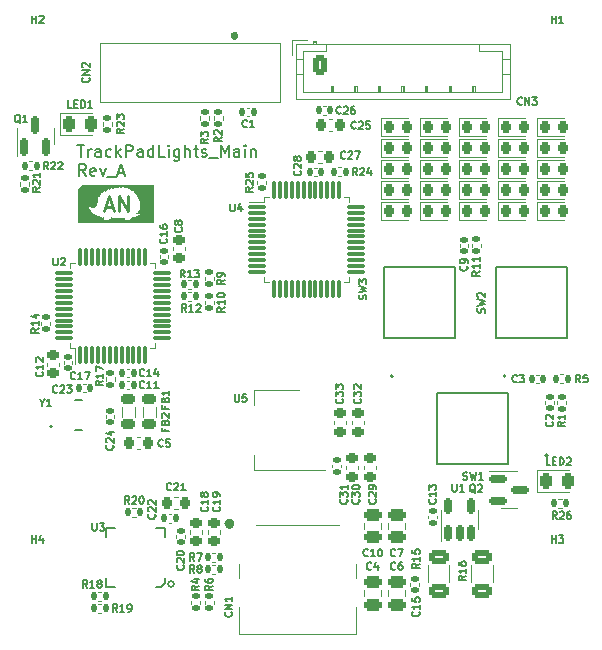
<source format=gto>
G04 #@! TF.GenerationSoftware,KiCad,Pcbnew,(6.0.0)*
G04 #@! TF.CreationDate,2022-05-24T20:35:50-07:00*
G04 #@! TF.ProjectId,TrackpadLights,54726163-6b70-4616-944c-69676874732e,rev?*
G04 #@! TF.SameCoordinates,Original*
G04 #@! TF.FileFunction,Legend,Top*
G04 #@! TF.FilePolarity,Positive*
%FSLAX46Y46*%
G04 Gerber Fmt 4.6, Leading zero omitted, Abs format (unit mm)*
G04 Created by KiCad (PCBNEW (6.0.0)) date 2022-05-24 20:35:50*
%MOMM*%
%LPD*%
G01*
G04 APERTURE LIST*
G04 Aperture macros list*
%AMRoundRect*
0 Rectangle with rounded corners*
0 $1 Rounding radius*
0 $2 $3 $4 $5 $6 $7 $8 $9 X,Y pos of 4 corners*
0 Add a 4 corners polygon primitive as box body*
4,1,4,$2,$3,$4,$5,$6,$7,$8,$9,$2,$3,0*
0 Add four circle primitives for the rounded corners*
1,1,$1+$1,$2,$3*
1,1,$1+$1,$4,$5*
1,1,$1+$1,$6,$7*
1,1,$1+$1,$8,$9*
0 Add four rect primitives between the rounded corners*
20,1,$1+$1,$2,$3,$4,$5,0*
20,1,$1+$1,$4,$5,$6,$7,0*
20,1,$1+$1,$6,$7,$8,$9,0*
20,1,$1+$1,$8,$9,$2,$3,0*%
G04 Aperture macros list end*
%ADD10C,0.150000*%
%ADD11C,0.254000*%
%ADD12C,0.127000*%
%ADD13C,0.120000*%
%ADD14C,0.100000*%
%ADD15C,0.200000*%
%ADD16C,0.441000*%
%ADD17C,0.360000*%
%ADD18RoundRect,0.135000X0.135000X0.185000X-0.135000X0.185000X-0.135000X-0.185000X0.135000X-0.185000X0*%
%ADD19RoundRect,0.075000X-0.662500X-0.075000X0.662500X-0.075000X0.662500X0.075000X-0.662500X0.075000X0*%
%ADD20RoundRect,0.075000X-0.075000X-0.662500X0.075000X-0.662500X0.075000X0.662500X-0.075000X0.662500X0*%
%ADD21R,5.000000X5.000000*%
%ADD22C,3.200000*%
%ADD23RoundRect,0.135000X-0.135000X-0.185000X0.135000X-0.185000X0.135000X0.185000X-0.135000X0.185000X0*%
%ADD24RoundRect,0.135000X-0.185000X0.135000X-0.185000X-0.135000X0.185000X-0.135000X0.185000X0.135000X0*%
%ADD25RoundRect,0.218750X-0.218750X-0.256250X0.218750X-0.256250X0.218750X0.256250X-0.218750X0.256250X0*%
%ADD26RoundRect,0.140000X-0.140000X-0.170000X0.140000X-0.170000X0.140000X0.170000X-0.140000X0.170000X0*%
%ADD27RoundRect,0.250000X-0.625000X0.312500X-0.625000X-0.312500X0.625000X-0.312500X0.625000X0.312500X0*%
%ADD28RoundRect,0.135000X0.185000X-0.135000X0.185000X0.135000X-0.185000X0.135000X-0.185000X-0.135000X0*%
%ADD29RoundRect,0.225000X0.250000X-0.225000X0.250000X0.225000X-0.250000X0.225000X-0.250000X-0.225000X0*%
%ADD30R,2.200000X0.600000*%
%ADD31R,2.150000X3.450000*%
%ADD32RoundRect,0.250000X-0.475000X0.250000X-0.475000X-0.250000X0.475000X-0.250000X0.475000X0.250000X0*%
%ADD33RoundRect,0.225000X-0.250000X0.225000X-0.250000X-0.225000X0.250000X-0.225000X0.250000X0.225000X0*%
%ADD34R,0.900000X0.254000*%
%ADD35R,0.254000X0.900000*%
%ADD36R,3.100000X3.100000*%
%ADD37RoundRect,0.140000X-0.170000X0.140000X-0.170000X-0.140000X0.170000X-0.140000X0.170000X0.140000X0*%
%ADD38R,1.300000X1.100000*%
%ADD39RoundRect,0.075000X0.075000X-0.662500X0.075000X0.662500X-0.075000X0.662500X-0.075000X-0.662500X0*%
%ADD40RoundRect,0.075000X0.662500X-0.075000X0.662500X0.075000X-0.662500X0.075000X-0.662500X-0.075000X0*%
%ADD41R,2.100000X1.400000*%
%ADD42RoundRect,0.140000X0.140000X0.170000X-0.140000X0.170000X-0.140000X-0.170000X0.140000X-0.170000X0*%
%ADD43RoundRect,0.150000X-0.587500X-0.150000X0.587500X-0.150000X0.587500X0.150000X-0.587500X0.150000X0*%
%ADD44RoundRect,0.150000X0.150000X-0.512500X0.150000X0.512500X-0.150000X0.512500X-0.150000X-0.512500X0*%
%ADD45RoundRect,0.140000X0.170000X-0.140000X0.170000X0.140000X-0.170000X0.140000X-0.170000X-0.140000X0*%
%ADD46RoundRect,0.250000X0.475000X-0.250000X0.475000X0.250000X-0.475000X0.250000X-0.475000X-0.250000X0*%
%ADD47RoundRect,0.225000X0.225000X0.250000X-0.225000X0.250000X-0.225000X-0.250000X0.225000X-0.250000X0*%
%ADD48C,0.685800*%
%ADD49O,1.300000X2.500000*%
%ADD50O,1.300000X3.200000*%
%ADD51RoundRect,0.150000X0.150000X-0.587500X0.150000X0.587500X-0.150000X0.587500X-0.150000X-0.587500X0*%
%ADD52R,1.400000X2.100000*%
%ADD53RoundRect,0.250000X0.625000X-0.312500X0.625000X0.312500X-0.625000X0.312500X-0.625000X-0.312500X0*%
%ADD54RoundRect,0.225000X-0.225000X-0.250000X0.225000X-0.250000X0.225000X0.250000X-0.225000X0.250000X0*%
%ADD55RoundRect,0.243750X-0.243750X-0.456250X0.243750X-0.456250X0.243750X0.456250X-0.243750X0.456250X0*%
%ADD56RoundRect,0.218750X-0.381250X0.218750X-0.381250X-0.218750X0.381250X-0.218750X0.381250X0.218750X0*%
%ADD57RoundRect,0.218750X0.381250X-0.218750X0.381250X0.218750X-0.381250X0.218750X-0.381250X-0.218750X0*%
%ADD58RoundRect,0.250000X-0.350000X-0.625000X0.350000X-0.625000X0.350000X0.625000X-0.350000X0.625000X0*%
%ADD59O,1.200000X1.750000*%
%ADD60C,1.100000*%
G04 APERTURE END LIST*
D10*
X91378738Y-84753380D02*
X91950166Y-84753380D01*
X91664452Y-85753380D02*
X91664452Y-84753380D01*
X92283500Y-85753380D02*
X92283500Y-85086714D01*
X92283500Y-85277190D02*
X92331119Y-85181952D01*
X92378738Y-85134333D01*
X92473976Y-85086714D01*
X92569214Y-85086714D01*
X93331119Y-85753380D02*
X93331119Y-85229571D01*
X93283500Y-85134333D01*
X93188261Y-85086714D01*
X92997785Y-85086714D01*
X92902547Y-85134333D01*
X93331119Y-85705761D02*
X93235880Y-85753380D01*
X92997785Y-85753380D01*
X92902547Y-85705761D01*
X92854928Y-85610523D01*
X92854928Y-85515285D01*
X92902547Y-85420047D01*
X92997785Y-85372428D01*
X93235880Y-85372428D01*
X93331119Y-85324809D01*
X94235880Y-85705761D02*
X94140642Y-85753380D01*
X93950166Y-85753380D01*
X93854928Y-85705761D01*
X93807309Y-85658142D01*
X93759690Y-85562904D01*
X93759690Y-85277190D01*
X93807309Y-85181952D01*
X93854928Y-85134333D01*
X93950166Y-85086714D01*
X94140642Y-85086714D01*
X94235880Y-85134333D01*
X94664452Y-85753380D02*
X94664452Y-84753380D01*
X94759690Y-85372428D02*
X95045404Y-85753380D01*
X95045404Y-85086714D02*
X94664452Y-85467666D01*
X95473976Y-85753380D02*
X95473976Y-84753380D01*
X95854928Y-84753380D01*
X95950166Y-84801000D01*
X95997785Y-84848619D01*
X96045404Y-84943857D01*
X96045404Y-85086714D01*
X95997785Y-85181952D01*
X95950166Y-85229571D01*
X95854928Y-85277190D01*
X95473976Y-85277190D01*
X96902547Y-85753380D02*
X96902547Y-85229571D01*
X96854928Y-85134333D01*
X96759690Y-85086714D01*
X96569214Y-85086714D01*
X96473976Y-85134333D01*
X96902547Y-85705761D02*
X96807309Y-85753380D01*
X96569214Y-85753380D01*
X96473976Y-85705761D01*
X96426357Y-85610523D01*
X96426357Y-85515285D01*
X96473976Y-85420047D01*
X96569214Y-85372428D01*
X96807309Y-85372428D01*
X96902547Y-85324809D01*
X97807309Y-85753380D02*
X97807309Y-84753380D01*
X97807309Y-85705761D02*
X97712071Y-85753380D01*
X97521595Y-85753380D01*
X97426357Y-85705761D01*
X97378738Y-85658142D01*
X97331119Y-85562904D01*
X97331119Y-85277190D01*
X97378738Y-85181952D01*
X97426357Y-85134333D01*
X97521595Y-85086714D01*
X97712071Y-85086714D01*
X97807309Y-85134333D01*
X98759690Y-85753380D02*
X98283500Y-85753380D01*
X98283500Y-84753380D01*
X99093023Y-85753380D02*
X99093023Y-85086714D01*
X99093023Y-84753380D02*
X99045404Y-84801000D01*
X99093023Y-84848619D01*
X99140642Y-84801000D01*
X99093023Y-84753380D01*
X99093023Y-84848619D01*
X99997785Y-85086714D02*
X99997785Y-85896238D01*
X99950166Y-85991476D01*
X99902547Y-86039095D01*
X99807309Y-86086714D01*
X99664452Y-86086714D01*
X99569214Y-86039095D01*
X99997785Y-85705761D02*
X99902547Y-85753380D01*
X99712071Y-85753380D01*
X99616833Y-85705761D01*
X99569214Y-85658142D01*
X99521595Y-85562904D01*
X99521595Y-85277190D01*
X99569214Y-85181952D01*
X99616833Y-85134333D01*
X99712071Y-85086714D01*
X99902547Y-85086714D01*
X99997785Y-85134333D01*
X100473976Y-85753380D02*
X100473976Y-84753380D01*
X100902547Y-85753380D02*
X100902547Y-85229571D01*
X100854928Y-85134333D01*
X100759690Y-85086714D01*
X100616833Y-85086714D01*
X100521595Y-85134333D01*
X100473976Y-85181952D01*
X101235880Y-85086714D02*
X101616833Y-85086714D01*
X101378738Y-84753380D02*
X101378738Y-85610523D01*
X101426357Y-85705761D01*
X101521595Y-85753380D01*
X101616833Y-85753380D01*
X101902547Y-85705761D02*
X101997785Y-85753380D01*
X102188261Y-85753380D01*
X102283500Y-85705761D01*
X102331119Y-85610523D01*
X102331119Y-85562904D01*
X102283500Y-85467666D01*
X102188261Y-85420047D01*
X102045404Y-85420047D01*
X101950166Y-85372428D01*
X101902547Y-85277190D01*
X101902547Y-85229571D01*
X101950166Y-85134333D01*
X102045404Y-85086714D01*
X102188261Y-85086714D01*
X102283500Y-85134333D01*
X102521595Y-85848619D02*
X103283500Y-85848619D01*
X103521595Y-85753380D02*
X103521595Y-84753380D01*
X103854928Y-85467666D01*
X104188261Y-84753380D01*
X104188261Y-85753380D01*
X105093023Y-85753380D02*
X105093023Y-85229571D01*
X105045404Y-85134333D01*
X104950166Y-85086714D01*
X104759690Y-85086714D01*
X104664452Y-85134333D01*
X105093023Y-85705761D02*
X104997785Y-85753380D01*
X104759690Y-85753380D01*
X104664452Y-85705761D01*
X104616833Y-85610523D01*
X104616833Y-85515285D01*
X104664452Y-85420047D01*
X104759690Y-85372428D01*
X104997785Y-85372428D01*
X105093023Y-85324809D01*
X105569214Y-85753380D02*
X105569214Y-85086714D01*
X105569214Y-84753380D02*
X105521595Y-84801000D01*
X105569214Y-84848619D01*
X105616833Y-84801000D01*
X105569214Y-84753380D01*
X105569214Y-84848619D01*
X106045404Y-85086714D02*
X106045404Y-85753380D01*
X106045404Y-85181952D02*
X106093023Y-85134333D01*
X106188261Y-85086714D01*
X106331119Y-85086714D01*
X106426357Y-85134333D01*
X106473976Y-85229571D01*
X106473976Y-85753380D01*
X92093023Y-87363380D02*
X91759690Y-86887190D01*
X91521595Y-87363380D02*
X91521595Y-86363380D01*
X91902547Y-86363380D01*
X91997785Y-86411000D01*
X92045404Y-86458619D01*
X92093023Y-86553857D01*
X92093023Y-86696714D01*
X92045404Y-86791952D01*
X91997785Y-86839571D01*
X91902547Y-86887190D01*
X91521595Y-86887190D01*
X92902547Y-87315761D02*
X92807309Y-87363380D01*
X92616833Y-87363380D01*
X92521595Y-87315761D01*
X92473976Y-87220523D01*
X92473976Y-86839571D01*
X92521595Y-86744333D01*
X92616833Y-86696714D01*
X92807309Y-86696714D01*
X92902547Y-86744333D01*
X92950166Y-86839571D01*
X92950166Y-86934809D01*
X92473976Y-87030047D01*
X93283500Y-86696714D02*
X93521595Y-87363380D01*
X93759690Y-86696714D01*
X93902547Y-87458619D02*
X94664452Y-87458619D01*
X94854928Y-87077666D02*
X95331119Y-87077666D01*
X94759690Y-87363380D02*
X95093023Y-86363380D01*
X95426357Y-87363380D01*
D11*
X93774380Y-89969170D02*
X94379142Y-89969170D01*
X93653428Y-90332027D02*
X94076761Y-89062027D01*
X94500095Y-90332027D01*
X94923428Y-90332027D02*
X94923428Y-89062027D01*
X95649142Y-90332027D01*
X95649142Y-89062027D01*
D12*
X115071785Y-87314261D02*
X114860119Y-87011880D01*
X114708928Y-87314261D02*
X114708928Y-86679261D01*
X114950833Y-86679261D01*
X115011309Y-86709500D01*
X115041547Y-86739738D01*
X115071785Y-86800214D01*
X115071785Y-86890928D01*
X115041547Y-86951404D01*
X115011309Y-86981642D01*
X114950833Y-87011880D01*
X114708928Y-87011880D01*
X115313690Y-86739738D02*
X115343928Y-86709500D01*
X115404404Y-86679261D01*
X115555595Y-86679261D01*
X115616071Y-86709500D01*
X115646309Y-86739738D01*
X115676547Y-86800214D01*
X115676547Y-86860690D01*
X115646309Y-86951404D01*
X115283452Y-87314261D01*
X115676547Y-87314261D01*
X116220833Y-86890928D02*
X116220833Y-87314261D01*
X116069642Y-86649023D02*
X115918452Y-87102595D01*
X116311547Y-87102595D01*
X104328190Y-89727261D02*
X104328190Y-90241309D01*
X104358428Y-90301785D01*
X104388666Y-90332023D01*
X104449142Y-90362261D01*
X104570095Y-90362261D01*
X104630571Y-90332023D01*
X104660809Y-90301785D01*
X104691047Y-90241309D01*
X104691047Y-89727261D01*
X105265571Y-89938928D02*
X105265571Y-90362261D01*
X105114380Y-89697023D02*
X104963190Y-90150595D01*
X105356285Y-90150595D01*
X131516180Y-118437271D02*
X131516180Y-117802271D01*
X131516180Y-118104652D02*
X131879037Y-118104652D01*
X131879037Y-118437271D02*
X131879037Y-117802271D01*
X132120942Y-117802271D02*
X132514037Y-117802271D01*
X132302370Y-118044176D01*
X132393085Y-118044176D01*
X132453561Y-118074414D01*
X132483799Y-118104652D01*
X132514037Y-118165129D01*
X132514037Y-118316319D01*
X132483799Y-118376795D01*
X132453561Y-118407033D01*
X132393085Y-118437271D01*
X132211656Y-118437271D01*
X132151180Y-118407033D01*
X132120942Y-118376795D01*
X131962785Y-116397261D02*
X131751119Y-116094880D01*
X131599928Y-116397261D02*
X131599928Y-115762261D01*
X131841833Y-115762261D01*
X131902309Y-115792500D01*
X131932547Y-115822738D01*
X131962785Y-115883214D01*
X131962785Y-115973928D01*
X131932547Y-116034404D01*
X131902309Y-116064642D01*
X131841833Y-116094880D01*
X131599928Y-116094880D01*
X132204690Y-115822738D02*
X132234928Y-115792500D01*
X132295404Y-115762261D01*
X132446595Y-115762261D01*
X132507071Y-115792500D01*
X132537309Y-115822738D01*
X132567547Y-115883214D01*
X132567547Y-115943690D01*
X132537309Y-116034404D01*
X132174452Y-116397261D01*
X132567547Y-116397261D01*
X133111833Y-115762261D02*
X132990880Y-115762261D01*
X132930404Y-115792500D01*
X132900166Y-115822738D01*
X132839690Y-115913452D01*
X132809452Y-116034404D01*
X132809452Y-116276309D01*
X132839690Y-116336785D01*
X132869928Y-116367023D01*
X132930404Y-116397261D01*
X133051357Y-116397261D01*
X133111833Y-116367023D01*
X133142071Y-116336785D01*
X133172309Y-116276309D01*
X133172309Y-116125119D01*
X133142071Y-116064642D01*
X133111833Y-116034404D01*
X133051357Y-116004166D01*
X132930404Y-116004166D01*
X132869928Y-116034404D01*
X132839690Y-116064642D01*
X132809452Y-116125119D01*
X88081261Y-100262214D02*
X87778880Y-100473880D01*
X88081261Y-100625071D02*
X87446261Y-100625071D01*
X87446261Y-100383166D01*
X87476500Y-100322690D01*
X87506738Y-100292452D01*
X87567214Y-100262214D01*
X87657928Y-100262214D01*
X87718404Y-100292452D01*
X87748642Y-100322690D01*
X87778880Y-100383166D01*
X87778880Y-100625071D01*
X88081261Y-99657452D02*
X88081261Y-100020309D01*
X88081261Y-99838880D02*
X87446261Y-99838880D01*
X87536976Y-99899357D01*
X87597452Y-99959833D01*
X87627690Y-100020309D01*
X87657928Y-99113166D02*
X88081261Y-99113166D01*
X87416023Y-99264357D02*
X87869595Y-99415547D01*
X87869595Y-99022452D01*
X113674785Y-82046785D02*
X113644547Y-82077023D01*
X113553833Y-82107261D01*
X113493357Y-82107261D01*
X113402642Y-82077023D01*
X113342166Y-82016547D01*
X113311928Y-81956071D01*
X113281690Y-81835119D01*
X113281690Y-81744404D01*
X113311928Y-81623452D01*
X113342166Y-81562976D01*
X113402642Y-81502500D01*
X113493357Y-81472261D01*
X113553833Y-81472261D01*
X113644547Y-81502500D01*
X113674785Y-81532738D01*
X113916690Y-81532738D02*
X113946928Y-81502500D01*
X114007404Y-81472261D01*
X114158595Y-81472261D01*
X114219071Y-81502500D01*
X114249309Y-81532738D01*
X114279547Y-81593214D01*
X114279547Y-81653690D01*
X114249309Y-81744404D01*
X113886452Y-82107261D01*
X114279547Y-82107261D01*
X114823833Y-81472261D02*
X114702880Y-81472261D01*
X114642404Y-81502500D01*
X114612166Y-81532738D01*
X114551690Y-81623452D01*
X114521452Y-81744404D01*
X114521452Y-81986309D01*
X114551690Y-82046785D01*
X114581928Y-82077023D01*
X114642404Y-82107261D01*
X114763357Y-82107261D01*
X114823833Y-82077023D01*
X114854071Y-82046785D01*
X114884309Y-81986309D01*
X114884309Y-81835119D01*
X114854071Y-81774642D01*
X114823833Y-81744404D01*
X114763357Y-81714166D01*
X114642404Y-81714166D01*
X114581928Y-81744404D01*
X114551690Y-81774642D01*
X114521452Y-81835119D01*
X120339261Y-120201214D02*
X120036880Y-120412880D01*
X120339261Y-120564071D02*
X119704261Y-120564071D01*
X119704261Y-120322166D01*
X119734500Y-120261690D01*
X119764738Y-120231452D01*
X119825214Y-120201214D01*
X119915928Y-120201214D01*
X119976404Y-120231452D01*
X120006642Y-120261690D01*
X120036880Y-120322166D01*
X120036880Y-120564071D01*
X120339261Y-119596452D02*
X120339261Y-119959309D01*
X120339261Y-119777880D02*
X119704261Y-119777880D01*
X119794976Y-119838357D01*
X119855452Y-119898833D01*
X119885690Y-119959309D01*
X119704261Y-119021928D02*
X119704261Y-119324309D01*
X120006642Y-119354547D01*
X119976404Y-119324309D01*
X119946166Y-119263833D01*
X119946166Y-119112642D01*
X119976404Y-119052166D01*
X120006642Y-119021928D01*
X120067119Y-118991690D01*
X120218309Y-118991690D01*
X120278785Y-119021928D01*
X120309023Y-119052166D01*
X120339261Y-119112642D01*
X120339261Y-119263833D01*
X120309023Y-119324309D01*
X120278785Y-119354547D01*
X125419261Y-95436214D02*
X125116880Y-95647880D01*
X125419261Y-95799071D02*
X124784261Y-95799071D01*
X124784261Y-95557166D01*
X124814500Y-95496690D01*
X124844738Y-95466452D01*
X124905214Y-95436214D01*
X124995928Y-95436214D01*
X125056404Y-95466452D01*
X125086642Y-95496690D01*
X125116880Y-95557166D01*
X125116880Y-95799071D01*
X125419261Y-94831452D02*
X125419261Y-95194309D01*
X125419261Y-95012880D02*
X124784261Y-95012880D01*
X124874976Y-95073357D01*
X124935452Y-95133833D01*
X124965690Y-95194309D01*
X125419261Y-94226690D02*
X125419261Y-94589547D01*
X125419261Y-94408119D02*
X124784261Y-94408119D01*
X124874976Y-94468595D01*
X124935452Y-94529071D01*
X124965690Y-94589547D01*
X102371785Y-115375214D02*
X102402023Y-115405452D01*
X102432261Y-115496166D01*
X102432261Y-115556642D01*
X102402023Y-115647357D01*
X102341547Y-115707833D01*
X102281071Y-115738071D01*
X102160119Y-115768309D01*
X102069404Y-115768309D01*
X101948452Y-115738071D01*
X101887976Y-115707833D01*
X101827500Y-115647357D01*
X101797261Y-115556642D01*
X101797261Y-115496166D01*
X101827500Y-115405452D01*
X101857738Y-115375214D01*
X102432261Y-114770452D02*
X102432261Y-115133309D01*
X102432261Y-114951880D02*
X101797261Y-114951880D01*
X101887976Y-115012357D01*
X101948452Y-115072833D01*
X101978690Y-115133309D01*
X102069404Y-114407595D02*
X102039166Y-114468071D01*
X102008928Y-114498309D01*
X101948452Y-114528547D01*
X101918214Y-114528547D01*
X101857738Y-114498309D01*
X101827500Y-114468071D01*
X101797261Y-114407595D01*
X101797261Y-114286642D01*
X101827500Y-114226166D01*
X101857738Y-114195928D01*
X101918214Y-114165690D01*
X101948452Y-114165690D01*
X102008928Y-114195928D01*
X102039166Y-114226166D01*
X102069404Y-114286642D01*
X102069404Y-114407595D01*
X102099642Y-114468071D01*
X102129880Y-114498309D01*
X102190357Y-114528547D01*
X102311309Y-114528547D01*
X102371785Y-114498309D01*
X102402023Y-114468071D01*
X102432261Y-114407595D01*
X102432261Y-114286642D01*
X102402023Y-114226166D01*
X102371785Y-114195928D01*
X102311309Y-114165690D01*
X102190357Y-114165690D01*
X102129880Y-114195928D01*
X102099642Y-114226166D01*
X102069404Y-114286642D01*
X132658261Y-108186833D02*
X132355880Y-108398500D01*
X132658261Y-108549690D02*
X132023261Y-108549690D01*
X132023261Y-108307785D01*
X132053500Y-108247309D01*
X132083738Y-108217071D01*
X132144214Y-108186833D01*
X132234928Y-108186833D01*
X132295404Y-108217071D01*
X132325642Y-108247309D01*
X132355880Y-108307785D01*
X132355880Y-108549690D01*
X132658261Y-107582071D02*
X132658261Y-107944928D01*
X132658261Y-107763500D02*
X132023261Y-107763500D01*
X132113976Y-107823976D01*
X132174452Y-107884452D01*
X132204690Y-107944928D01*
X104709190Y-105856261D02*
X104709190Y-106370309D01*
X104739428Y-106430785D01*
X104769666Y-106461023D01*
X104830142Y-106491261D01*
X104951095Y-106491261D01*
X105011571Y-106461023D01*
X105041809Y-106430785D01*
X105072047Y-106370309D01*
X105072047Y-105856261D01*
X105676809Y-105856261D02*
X105374428Y-105856261D01*
X105344190Y-106158642D01*
X105374428Y-106128404D01*
X105434904Y-106098166D01*
X105586095Y-106098166D01*
X105646571Y-106128404D01*
X105676809Y-106158642D01*
X105707047Y-106219119D01*
X105707047Y-106370309D01*
X105676809Y-106430785D01*
X105646571Y-106461023D01*
X105586095Y-106491261D01*
X105434904Y-106491261D01*
X105374428Y-106461023D01*
X105344190Y-106430785D01*
X118295166Y-120654785D02*
X118264928Y-120685023D01*
X118174214Y-120715261D01*
X118113738Y-120715261D01*
X118023023Y-120685023D01*
X117962547Y-120624547D01*
X117932309Y-120564071D01*
X117902071Y-120443119D01*
X117902071Y-120352404D01*
X117932309Y-120231452D01*
X117962547Y-120170976D01*
X118023023Y-120110500D01*
X118113738Y-120080261D01*
X118174214Y-120080261D01*
X118264928Y-120110500D01*
X118295166Y-120140738D01*
X118839452Y-120080261D02*
X118718500Y-120080261D01*
X118658023Y-120110500D01*
X118627785Y-120140738D01*
X118567309Y-120231452D01*
X118537071Y-120352404D01*
X118537071Y-120594309D01*
X118567309Y-120654785D01*
X118597547Y-120685023D01*
X118658023Y-120715261D01*
X118778976Y-120715261D01*
X118839452Y-120685023D01*
X118869690Y-120654785D01*
X118899928Y-120594309D01*
X118899928Y-120443119D01*
X118869690Y-120382642D01*
X118839452Y-120352404D01*
X118778976Y-120322166D01*
X118658023Y-120322166D01*
X118597547Y-120352404D01*
X118567309Y-120382642D01*
X118537071Y-120443119D01*
X113801785Y-106231214D02*
X113832023Y-106261452D01*
X113862261Y-106352166D01*
X113862261Y-106412642D01*
X113832023Y-106503357D01*
X113771547Y-106563833D01*
X113711071Y-106594071D01*
X113590119Y-106624309D01*
X113499404Y-106624309D01*
X113378452Y-106594071D01*
X113317976Y-106563833D01*
X113257500Y-106503357D01*
X113227261Y-106412642D01*
X113227261Y-106352166D01*
X113257500Y-106261452D01*
X113287738Y-106231214D01*
X113227261Y-106019547D02*
X113227261Y-105626452D01*
X113469166Y-105838119D01*
X113469166Y-105747404D01*
X113499404Y-105686928D01*
X113529642Y-105656690D01*
X113590119Y-105626452D01*
X113741309Y-105626452D01*
X113801785Y-105656690D01*
X113832023Y-105686928D01*
X113862261Y-105747404D01*
X113862261Y-105928833D01*
X113832023Y-105989309D01*
X113801785Y-106019547D01*
X113227261Y-105414785D02*
X113227261Y-105021690D01*
X113469166Y-105233357D01*
X113469166Y-105142642D01*
X113499404Y-105082166D01*
X113529642Y-105051928D01*
X113590119Y-105021690D01*
X113741309Y-105021690D01*
X113801785Y-105051928D01*
X113832023Y-105082166D01*
X113862261Y-105142642D01*
X113862261Y-105324071D01*
X113832023Y-105384547D01*
X113801785Y-105414785D01*
X92644190Y-116778261D02*
X92644190Y-117292309D01*
X92674428Y-117352785D01*
X92704666Y-117383023D01*
X92765142Y-117413261D01*
X92886095Y-117413261D01*
X92946571Y-117383023D01*
X92976809Y-117352785D01*
X93007047Y-117292309D01*
X93007047Y-116778261D01*
X93248952Y-116778261D02*
X93642047Y-116778261D01*
X93430380Y-117020166D01*
X93521095Y-117020166D01*
X93581571Y-117050404D01*
X93611809Y-117080642D01*
X93642047Y-117141119D01*
X93642047Y-117292309D01*
X93611809Y-117352785D01*
X93581571Y-117383023D01*
X93521095Y-117413261D01*
X93339666Y-117413261D01*
X93279190Y-117383023D01*
X93248952Y-117352785D01*
X94370785Y-110168214D02*
X94401023Y-110198452D01*
X94431261Y-110289166D01*
X94431261Y-110349642D01*
X94401023Y-110440357D01*
X94340547Y-110500833D01*
X94280071Y-110531071D01*
X94159119Y-110561309D01*
X94068404Y-110561309D01*
X93947452Y-110531071D01*
X93886976Y-110500833D01*
X93826500Y-110440357D01*
X93796261Y-110349642D01*
X93796261Y-110289166D01*
X93826500Y-110198452D01*
X93856738Y-110168214D01*
X93856738Y-109926309D02*
X93826500Y-109896071D01*
X93796261Y-109835595D01*
X93796261Y-109684404D01*
X93826500Y-109623928D01*
X93856738Y-109593690D01*
X93917214Y-109563452D01*
X93977690Y-109563452D01*
X94068404Y-109593690D01*
X94431261Y-109956547D01*
X94431261Y-109563452D01*
X94007928Y-109019166D02*
X94431261Y-109019166D01*
X93766023Y-109170357D02*
X94219595Y-109321547D01*
X94219595Y-108928452D01*
X101670261Y-122057833D02*
X101367880Y-122269500D01*
X101670261Y-122420690D02*
X101035261Y-122420690D01*
X101035261Y-122178785D01*
X101065500Y-122118309D01*
X101095738Y-122088071D01*
X101156214Y-122057833D01*
X101246928Y-122057833D01*
X101307404Y-122088071D01*
X101337642Y-122118309D01*
X101367880Y-122178785D01*
X101367880Y-122420690D01*
X101246928Y-121513547D02*
X101670261Y-121513547D01*
X101005023Y-121664738D02*
X101458595Y-121815928D01*
X101458595Y-121422833D01*
X88380619Y-106569880D02*
X88380619Y-106872261D01*
X88168952Y-106237261D02*
X88380619Y-106569880D01*
X88592285Y-106237261D01*
X89136571Y-106872261D02*
X88773714Y-106872261D01*
X88955142Y-106872261D02*
X88955142Y-106237261D01*
X88894666Y-106327976D01*
X88834190Y-106388452D01*
X88773714Y-106418690D01*
X101277166Y-120969261D02*
X101065500Y-120666880D01*
X100914309Y-120969261D02*
X100914309Y-120334261D01*
X101156214Y-120334261D01*
X101216690Y-120364500D01*
X101246928Y-120394738D01*
X101277166Y-120455214D01*
X101277166Y-120545928D01*
X101246928Y-120606404D01*
X101216690Y-120636642D01*
X101156214Y-120666880D01*
X100914309Y-120666880D01*
X101640023Y-120606404D02*
X101579547Y-120576166D01*
X101549309Y-120545928D01*
X101519071Y-120485452D01*
X101519071Y-120455214D01*
X101549309Y-120394738D01*
X101579547Y-120364500D01*
X101640023Y-120334261D01*
X101760976Y-120334261D01*
X101821452Y-120364500D01*
X101851690Y-120394738D01*
X101881928Y-120455214D01*
X101881928Y-120485452D01*
X101851690Y-120545928D01*
X101821452Y-120576166D01*
X101760976Y-120606404D01*
X101640023Y-120606404D01*
X101579547Y-120636642D01*
X101549309Y-120666880D01*
X101519071Y-120727357D01*
X101519071Y-120848309D01*
X101549309Y-120908785D01*
X101579547Y-120939023D01*
X101640023Y-120969261D01*
X101760976Y-120969261D01*
X101821452Y-120939023D01*
X101851690Y-120908785D01*
X101881928Y-120848309D01*
X101881928Y-120727357D01*
X101851690Y-120666880D01*
X101821452Y-120636642D01*
X101760976Y-120606404D01*
X133964166Y-104840261D02*
X133752500Y-104537880D01*
X133601309Y-104840261D02*
X133601309Y-104205261D01*
X133843214Y-104205261D01*
X133903690Y-104235500D01*
X133933928Y-104265738D01*
X133964166Y-104326214D01*
X133964166Y-104416928D01*
X133933928Y-104477404D01*
X133903690Y-104507642D01*
X133843214Y-104537880D01*
X133601309Y-104537880D01*
X134538690Y-104205261D02*
X134236309Y-104205261D01*
X134206071Y-104507642D01*
X134236309Y-104477404D01*
X134296785Y-104447166D01*
X134447976Y-104447166D01*
X134508452Y-104477404D01*
X134538690Y-104507642D01*
X134568928Y-104568119D01*
X134568928Y-104719309D01*
X134538690Y-104779785D01*
X134508452Y-104810023D01*
X134447976Y-104840261D01*
X134296785Y-104840261D01*
X134236309Y-104810023D01*
X134206071Y-104779785D01*
X89342190Y-94299261D02*
X89342190Y-94813309D01*
X89372428Y-94873785D01*
X89402666Y-94904023D01*
X89463142Y-94934261D01*
X89584095Y-94934261D01*
X89644571Y-94904023D01*
X89674809Y-94873785D01*
X89705047Y-94813309D01*
X89705047Y-94299261D01*
X89977190Y-94359738D02*
X90007428Y-94329500D01*
X90067904Y-94299261D01*
X90219095Y-94299261D01*
X90279571Y-94329500D01*
X90309809Y-94359738D01*
X90340047Y-94420214D01*
X90340047Y-94480690D01*
X90309809Y-94571404D01*
X89946952Y-94934261D01*
X90340047Y-94934261D01*
X124031333Y-113065023D02*
X124122047Y-113095261D01*
X124273238Y-113095261D01*
X124333714Y-113065023D01*
X124363952Y-113034785D01*
X124394190Y-112974309D01*
X124394190Y-112913833D01*
X124363952Y-112853357D01*
X124333714Y-112823119D01*
X124273238Y-112792880D01*
X124152285Y-112762642D01*
X124091809Y-112732404D01*
X124061571Y-112702166D01*
X124031333Y-112641690D01*
X124031333Y-112581214D01*
X124061571Y-112520738D01*
X124091809Y-112490500D01*
X124152285Y-112460261D01*
X124303476Y-112460261D01*
X124394190Y-112490500D01*
X124605857Y-112460261D02*
X124757047Y-113095261D01*
X124878000Y-112641690D01*
X124998952Y-113095261D01*
X125150142Y-112460261D01*
X125724666Y-113095261D02*
X125361809Y-113095261D01*
X125543238Y-113095261D02*
X125543238Y-112460261D01*
X125482761Y-112550976D01*
X125422285Y-112611452D01*
X125361809Y-112641690D01*
X89671785Y-105668785D02*
X89641547Y-105699023D01*
X89550833Y-105729261D01*
X89490357Y-105729261D01*
X89399642Y-105699023D01*
X89339166Y-105638547D01*
X89308928Y-105578071D01*
X89278690Y-105457119D01*
X89278690Y-105366404D01*
X89308928Y-105245452D01*
X89339166Y-105184976D01*
X89399642Y-105124500D01*
X89490357Y-105094261D01*
X89550833Y-105094261D01*
X89641547Y-105124500D01*
X89671785Y-105154738D01*
X89913690Y-105154738D02*
X89943928Y-105124500D01*
X90004404Y-105094261D01*
X90155595Y-105094261D01*
X90216071Y-105124500D01*
X90246309Y-105154738D01*
X90276547Y-105215214D01*
X90276547Y-105275690D01*
X90246309Y-105366404D01*
X89883452Y-105729261D01*
X90276547Y-105729261D01*
X90488214Y-105094261D02*
X90881309Y-105094261D01*
X90669642Y-105336166D01*
X90760357Y-105336166D01*
X90820833Y-105366404D01*
X90851071Y-105396642D01*
X90881309Y-105457119D01*
X90881309Y-105608309D01*
X90851071Y-105668785D01*
X90820833Y-105699023D01*
X90760357Y-105729261D01*
X90578928Y-105729261D01*
X90518452Y-105699023D01*
X90488214Y-105668785D01*
X103387785Y-115375214D02*
X103418023Y-115405452D01*
X103448261Y-115496166D01*
X103448261Y-115556642D01*
X103418023Y-115647357D01*
X103357547Y-115707833D01*
X103297071Y-115738071D01*
X103176119Y-115768309D01*
X103085404Y-115768309D01*
X102964452Y-115738071D01*
X102903976Y-115707833D01*
X102843500Y-115647357D01*
X102813261Y-115556642D01*
X102813261Y-115496166D01*
X102843500Y-115405452D01*
X102873738Y-115375214D01*
X103448261Y-114770452D02*
X103448261Y-115133309D01*
X103448261Y-114951880D02*
X102813261Y-114951880D01*
X102903976Y-115012357D01*
X102964452Y-115072833D01*
X102994690Y-115133309D01*
X103448261Y-114468071D02*
X103448261Y-114347119D01*
X103418023Y-114286642D01*
X103387785Y-114256404D01*
X103297071Y-114195928D01*
X103176119Y-114165690D01*
X102934214Y-114165690D01*
X102873738Y-114195928D01*
X102843500Y-114226166D01*
X102813261Y-114286642D01*
X102813261Y-114407595D01*
X102843500Y-114468071D01*
X102873738Y-114498309D01*
X102934214Y-114528547D01*
X103085404Y-114528547D01*
X103145880Y-114498309D01*
X103176119Y-114468071D01*
X103206357Y-114407595D01*
X103206357Y-114286642D01*
X103176119Y-114226166D01*
X103145880Y-114195928D01*
X103085404Y-114165690D01*
X125071523Y-114171738D02*
X125011047Y-114141500D01*
X124950571Y-114081023D01*
X124859857Y-113990309D01*
X124799380Y-113960071D01*
X124738904Y-113960071D01*
X124769142Y-114111261D02*
X124708666Y-114081023D01*
X124648190Y-114020547D01*
X124617952Y-113899595D01*
X124617952Y-113687928D01*
X124648190Y-113566976D01*
X124708666Y-113506500D01*
X124769142Y-113476261D01*
X124890095Y-113476261D01*
X124950571Y-113506500D01*
X125011047Y-113566976D01*
X125041285Y-113687928D01*
X125041285Y-113899595D01*
X125011047Y-114020547D01*
X124950571Y-114081023D01*
X124890095Y-114111261D01*
X124769142Y-114111261D01*
X125283190Y-113536738D02*
X125313428Y-113506500D01*
X125373904Y-113476261D01*
X125525095Y-113476261D01*
X125585571Y-113506500D01*
X125615809Y-113536738D01*
X125646047Y-113597214D01*
X125646047Y-113657690D01*
X125615809Y-113748404D01*
X125252952Y-114111261D01*
X125646047Y-114111261D01*
X116263166Y-120654785D02*
X116232928Y-120685023D01*
X116142214Y-120715261D01*
X116081738Y-120715261D01*
X115991023Y-120685023D01*
X115930547Y-120624547D01*
X115900309Y-120564071D01*
X115870071Y-120443119D01*
X115870071Y-120352404D01*
X115900309Y-120231452D01*
X115930547Y-120170976D01*
X115991023Y-120110500D01*
X116081738Y-120080261D01*
X116142214Y-120080261D01*
X116232928Y-120110500D01*
X116263166Y-120140738D01*
X116807452Y-120291928D02*
X116807452Y-120715261D01*
X116656261Y-120050023D02*
X116505071Y-120503595D01*
X116898166Y-120503595D01*
X123124190Y-113476261D02*
X123124190Y-113990309D01*
X123154428Y-114050785D01*
X123184666Y-114081023D01*
X123245142Y-114111261D01*
X123366095Y-114111261D01*
X123426571Y-114081023D01*
X123456809Y-114050785D01*
X123487047Y-113990309D01*
X123487047Y-113476261D01*
X124122047Y-114111261D02*
X123759190Y-114111261D01*
X123940619Y-114111261D02*
X123940619Y-113476261D01*
X123880142Y-113566976D01*
X123819666Y-113627452D01*
X123759190Y-113657690D01*
X100339785Y-120328214D02*
X100370023Y-120358452D01*
X100400261Y-120449166D01*
X100400261Y-120509642D01*
X100370023Y-120600357D01*
X100309547Y-120660833D01*
X100249071Y-120691071D01*
X100128119Y-120721309D01*
X100037404Y-120721309D01*
X99916452Y-120691071D01*
X99855976Y-120660833D01*
X99795500Y-120600357D01*
X99765261Y-120509642D01*
X99765261Y-120449166D01*
X99795500Y-120358452D01*
X99825738Y-120328214D01*
X99825738Y-120086309D02*
X99795500Y-120056071D01*
X99765261Y-119995595D01*
X99765261Y-119844404D01*
X99795500Y-119783928D01*
X99825738Y-119753690D01*
X99886214Y-119723452D01*
X99946690Y-119723452D01*
X100037404Y-119753690D01*
X100400261Y-120116547D01*
X100400261Y-119723452D01*
X99765261Y-119330357D02*
X99765261Y-119269880D01*
X99795500Y-119209404D01*
X99825738Y-119179166D01*
X99886214Y-119148928D01*
X100007166Y-119118690D01*
X100158357Y-119118690D01*
X100279309Y-119148928D01*
X100339785Y-119179166D01*
X100370023Y-119209404D01*
X100400261Y-119269880D01*
X100400261Y-119330357D01*
X100370023Y-119390833D01*
X100339785Y-119421071D01*
X100279309Y-119451309D01*
X100158357Y-119481547D01*
X100007166Y-119481547D01*
X99886214Y-119451309D01*
X99825738Y-119421071D01*
X99795500Y-119390833D01*
X99765261Y-119330357D01*
X93542261Y-104707214D02*
X93239880Y-104918880D01*
X93542261Y-105070071D02*
X92907261Y-105070071D01*
X92907261Y-104828166D01*
X92937500Y-104767690D01*
X92967738Y-104737452D01*
X93028214Y-104707214D01*
X93118928Y-104707214D01*
X93179404Y-104737452D01*
X93209642Y-104767690D01*
X93239880Y-104828166D01*
X93239880Y-105070071D01*
X93542261Y-104102452D02*
X93542261Y-104465309D01*
X93542261Y-104283880D02*
X92907261Y-104283880D01*
X92997976Y-104344357D01*
X93058452Y-104404833D01*
X93088690Y-104465309D01*
X92907261Y-103890785D02*
X92907261Y-103467452D01*
X93542261Y-103739595D01*
X118295166Y-119511785D02*
X118264928Y-119542023D01*
X118174214Y-119572261D01*
X118113738Y-119572261D01*
X118023023Y-119542023D01*
X117962547Y-119481547D01*
X117932309Y-119421071D01*
X117902071Y-119300119D01*
X117902071Y-119209404D01*
X117932309Y-119088452D01*
X117962547Y-119027976D01*
X118023023Y-118967500D01*
X118113738Y-118937261D01*
X118174214Y-118937261D01*
X118264928Y-118967500D01*
X118295166Y-118997738D01*
X118506833Y-118937261D02*
X118930166Y-118937261D01*
X118658023Y-119572261D01*
X131516180Y-74437257D02*
X131516180Y-73802257D01*
X131516180Y-74104638D02*
X131879037Y-74104638D01*
X131879037Y-74437257D02*
X131879037Y-73802257D01*
X132514037Y-74437257D02*
X132151180Y-74437257D01*
X132332609Y-74437257D02*
X132332609Y-73802257D01*
X132272132Y-73892972D01*
X132211656Y-73953448D01*
X132151180Y-73983686D01*
X88208261Y-88324214D02*
X87905880Y-88535880D01*
X88208261Y-88687071D02*
X87573261Y-88687071D01*
X87573261Y-88445166D01*
X87603500Y-88384690D01*
X87633738Y-88354452D01*
X87694214Y-88324214D01*
X87784928Y-88324214D01*
X87845404Y-88354452D01*
X87875642Y-88384690D01*
X87905880Y-88445166D01*
X87905880Y-88687071D01*
X87633738Y-88082309D02*
X87603500Y-88052071D01*
X87573261Y-87991595D01*
X87573261Y-87840404D01*
X87603500Y-87779928D01*
X87633738Y-87749690D01*
X87694214Y-87719452D01*
X87754690Y-87719452D01*
X87845404Y-87749690D01*
X88208261Y-88112547D01*
X88208261Y-87719452D01*
X88208261Y-87114690D02*
X88208261Y-87477547D01*
X88208261Y-87296119D02*
X87573261Y-87296119D01*
X87663976Y-87356595D01*
X87724452Y-87417071D01*
X87754690Y-87477547D01*
X115325785Y-106231214D02*
X115356023Y-106261452D01*
X115386261Y-106352166D01*
X115386261Y-106412642D01*
X115356023Y-106503357D01*
X115295547Y-106563833D01*
X115235071Y-106594071D01*
X115114119Y-106624309D01*
X115023404Y-106624309D01*
X114902452Y-106594071D01*
X114841976Y-106563833D01*
X114781500Y-106503357D01*
X114751261Y-106412642D01*
X114751261Y-106352166D01*
X114781500Y-106261452D01*
X114811738Y-106231214D01*
X114751261Y-106019547D02*
X114751261Y-105626452D01*
X114993166Y-105838119D01*
X114993166Y-105747404D01*
X115023404Y-105686928D01*
X115053642Y-105656690D01*
X115114119Y-105626452D01*
X115265309Y-105626452D01*
X115325785Y-105656690D01*
X115356023Y-105686928D01*
X115386261Y-105747404D01*
X115386261Y-105928833D01*
X115356023Y-105989309D01*
X115325785Y-106019547D01*
X114811738Y-105384547D02*
X114781500Y-105354309D01*
X114751261Y-105293833D01*
X114751261Y-105142642D01*
X114781500Y-105082166D01*
X114811738Y-105051928D01*
X114872214Y-105021690D01*
X114932690Y-105021690D01*
X115023404Y-105051928D01*
X115386261Y-105414785D01*
X115386261Y-105021690D01*
X98610166Y-110240785D02*
X98579928Y-110271023D01*
X98489214Y-110301261D01*
X98428738Y-110301261D01*
X98338023Y-110271023D01*
X98277547Y-110210547D01*
X98247309Y-110150071D01*
X98217071Y-110029119D01*
X98217071Y-109938404D01*
X98247309Y-109817452D01*
X98277547Y-109756976D01*
X98338023Y-109696500D01*
X98428738Y-109666261D01*
X98489214Y-109666261D01*
X98579928Y-109696500D01*
X98610166Y-109726738D01*
X99184690Y-109666261D02*
X98882309Y-109666261D01*
X98852071Y-109968642D01*
X98882309Y-109938404D01*
X98942785Y-109908166D01*
X99093976Y-109908166D01*
X99154452Y-109938404D01*
X99184690Y-109968642D01*
X99214928Y-110029119D01*
X99214928Y-110180309D01*
X99184690Y-110240785D01*
X99154452Y-110271023D01*
X99093976Y-110301261D01*
X98942785Y-110301261D01*
X98882309Y-110271023D01*
X98852071Y-110240785D01*
X120278785Y-124265214D02*
X120309023Y-124295452D01*
X120339261Y-124386166D01*
X120339261Y-124446642D01*
X120309023Y-124537357D01*
X120248547Y-124597833D01*
X120188071Y-124628071D01*
X120067119Y-124658309D01*
X119976404Y-124658309D01*
X119855452Y-124628071D01*
X119794976Y-124597833D01*
X119734500Y-124537357D01*
X119704261Y-124446642D01*
X119704261Y-124386166D01*
X119734500Y-124295452D01*
X119764738Y-124265214D01*
X120339261Y-123660452D02*
X120339261Y-124023309D01*
X120339261Y-123841880D02*
X119704261Y-123841880D01*
X119794976Y-123902357D01*
X119855452Y-123962833D01*
X119885690Y-124023309D01*
X119704261Y-123085928D02*
X119704261Y-123388309D01*
X120006642Y-123418547D01*
X119976404Y-123388309D01*
X119946166Y-123327833D01*
X119946166Y-123176642D01*
X119976404Y-123116166D01*
X120006642Y-123085928D01*
X120067119Y-123055690D01*
X120218309Y-123055690D01*
X120278785Y-123085928D01*
X120309023Y-123116166D01*
X120339261Y-123176642D01*
X120339261Y-123327833D01*
X120309023Y-123388309D01*
X120278785Y-123418547D01*
X104403785Y-124295452D02*
X104434023Y-124325690D01*
X104464261Y-124416404D01*
X104464261Y-124476880D01*
X104434023Y-124567595D01*
X104373547Y-124628071D01*
X104313071Y-124658309D01*
X104192119Y-124688547D01*
X104101404Y-124688547D01*
X103980452Y-124658309D01*
X103919976Y-124628071D01*
X103859500Y-124567595D01*
X103829261Y-124476880D01*
X103829261Y-124416404D01*
X103859500Y-124325690D01*
X103889738Y-124295452D01*
X104464261Y-124023309D02*
X103829261Y-124023309D01*
X104464261Y-123660452D01*
X103829261Y-123660452D01*
X104464261Y-123025452D02*
X104464261Y-123388309D01*
X104464261Y-123206880D02*
X103829261Y-123206880D01*
X103919976Y-123267357D01*
X103980452Y-123327833D01*
X104010690Y-123388309D01*
X91195785Y-104525785D02*
X91165547Y-104556023D01*
X91074833Y-104586261D01*
X91014357Y-104586261D01*
X90923642Y-104556023D01*
X90863166Y-104495547D01*
X90832928Y-104435071D01*
X90802690Y-104314119D01*
X90802690Y-104223404D01*
X90832928Y-104102452D01*
X90863166Y-104041976D01*
X90923642Y-103981500D01*
X91014357Y-103951261D01*
X91074833Y-103951261D01*
X91165547Y-103981500D01*
X91195785Y-104011738D01*
X91800547Y-104586261D02*
X91437690Y-104586261D01*
X91619119Y-104586261D02*
X91619119Y-103951261D01*
X91558642Y-104041976D01*
X91498166Y-104102452D01*
X91437690Y-104132690D01*
X92012214Y-103951261D02*
X92435547Y-103951261D01*
X92163404Y-104586261D01*
X115960785Y-119511785D02*
X115930547Y-119542023D01*
X115839833Y-119572261D01*
X115779357Y-119572261D01*
X115688642Y-119542023D01*
X115628166Y-119481547D01*
X115597928Y-119421071D01*
X115567690Y-119300119D01*
X115567690Y-119209404D01*
X115597928Y-119088452D01*
X115628166Y-119027976D01*
X115688642Y-118967500D01*
X115779357Y-118937261D01*
X115839833Y-118937261D01*
X115930547Y-118967500D01*
X115960785Y-118997738D01*
X116565547Y-119572261D02*
X116202690Y-119572261D01*
X116384119Y-119572261D02*
X116384119Y-118937261D01*
X116323642Y-119027976D01*
X116263166Y-119088452D01*
X116202690Y-119118690D01*
X116958642Y-118937261D02*
X117019119Y-118937261D01*
X117079595Y-118967500D01*
X117109833Y-118997738D01*
X117140071Y-119058214D01*
X117170309Y-119179166D01*
X117170309Y-119330357D01*
X117140071Y-119451309D01*
X117109833Y-119511785D01*
X117079595Y-119542023D01*
X117019119Y-119572261D01*
X116958642Y-119572261D01*
X116898166Y-119542023D01*
X116867928Y-119511785D01*
X116837690Y-119451309D01*
X116807452Y-119330357D01*
X116807452Y-119179166D01*
X116837690Y-119058214D01*
X116867928Y-118997738D01*
X116898166Y-118967500D01*
X116958642Y-118937261D01*
X97037785Y-105287785D02*
X97007547Y-105318023D01*
X96916833Y-105348261D01*
X96856357Y-105348261D01*
X96765642Y-105318023D01*
X96705166Y-105257547D01*
X96674928Y-105197071D01*
X96644690Y-105076119D01*
X96644690Y-104985404D01*
X96674928Y-104864452D01*
X96705166Y-104803976D01*
X96765642Y-104743500D01*
X96856357Y-104713261D01*
X96916833Y-104713261D01*
X97007547Y-104743500D01*
X97037785Y-104773738D01*
X97642547Y-105348261D02*
X97279690Y-105348261D01*
X97461119Y-105348261D02*
X97461119Y-104713261D01*
X97400642Y-104803976D01*
X97340166Y-104864452D01*
X97279690Y-104894690D01*
X98247309Y-105348261D02*
X97884452Y-105348261D01*
X98065880Y-105348261D02*
X98065880Y-104713261D01*
X98005404Y-104803976D01*
X97944928Y-104864452D01*
X97884452Y-104894690D01*
X88909785Y-86806261D02*
X88698119Y-86503880D01*
X88546928Y-86806261D02*
X88546928Y-86171261D01*
X88788833Y-86171261D01*
X88849309Y-86201500D01*
X88879547Y-86231738D01*
X88909785Y-86292214D01*
X88909785Y-86382928D01*
X88879547Y-86443404D01*
X88849309Y-86473642D01*
X88788833Y-86503880D01*
X88546928Y-86503880D01*
X89151690Y-86231738D02*
X89181928Y-86201500D01*
X89242404Y-86171261D01*
X89393595Y-86171261D01*
X89454071Y-86201500D01*
X89484309Y-86231738D01*
X89514547Y-86292214D01*
X89514547Y-86352690D01*
X89484309Y-86443404D01*
X89121452Y-86806261D01*
X89514547Y-86806261D01*
X89756452Y-86231738D02*
X89786690Y-86201500D01*
X89847166Y-86171261D01*
X89998357Y-86171261D01*
X90058833Y-86201500D01*
X90089071Y-86231738D01*
X90119309Y-86292214D01*
X90119309Y-86352690D01*
X90089071Y-86443404D01*
X89726214Y-86806261D01*
X90119309Y-86806261D01*
X86553523Y-82897738D02*
X86493047Y-82867500D01*
X86432571Y-82807023D01*
X86341857Y-82716309D01*
X86281380Y-82686071D01*
X86220904Y-82686071D01*
X86251142Y-82837261D02*
X86190666Y-82807023D01*
X86130190Y-82746547D01*
X86099952Y-82625595D01*
X86099952Y-82413928D01*
X86130190Y-82292976D01*
X86190666Y-82232500D01*
X86251142Y-82202261D01*
X86372095Y-82202261D01*
X86432571Y-82232500D01*
X86493047Y-82292976D01*
X86523285Y-82413928D01*
X86523285Y-82625595D01*
X86493047Y-82746547D01*
X86432571Y-82807023D01*
X86372095Y-82837261D01*
X86251142Y-82837261D01*
X87128047Y-82837261D02*
X86765190Y-82837261D01*
X86946619Y-82837261D02*
X86946619Y-82202261D01*
X86886142Y-82292976D01*
X86825666Y-82353452D01*
X86765190Y-82383690D01*
X87516192Y-74437257D02*
X87516192Y-73802257D01*
X87516192Y-74104638D02*
X87879049Y-74104638D01*
X87879049Y-74437257D02*
X87879049Y-73802257D01*
X88151192Y-73862734D02*
X88181430Y-73832496D01*
X88241906Y-73802257D01*
X88393097Y-73802257D01*
X88453573Y-73832496D01*
X88483811Y-73862734D01*
X88514049Y-73923210D01*
X88514049Y-73983686D01*
X88483811Y-74074400D01*
X88120954Y-74437257D01*
X88514049Y-74437257D01*
X105722166Y-83189785D02*
X105691928Y-83220023D01*
X105601214Y-83250261D01*
X105540738Y-83250261D01*
X105450023Y-83220023D01*
X105389547Y-83159547D01*
X105359309Y-83099071D01*
X105329071Y-82978119D01*
X105329071Y-82887404D01*
X105359309Y-82766452D01*
X105389547Y-82705976D01*
X105450023Y-82645500D01*
X105540738Y-82615261D01*
X105601214Y-82615261D01*
X105691928Y-82645500D01*
X105722166Y-82675738D01*
X106326928Y-83250261D02*
X105964071Y-83250261D01*
X106145500Y-83250261D02*
X106145500Y-82615261D01*
X106085023Y-82705976D01*
X106024547Y-82766452D01*
X105964071Y-82796690D01*
X115820023Y-97804666D02*
X115850261Y-97713952D01*
X115850261Y-97562761D01*
X115820023Y-97502285D01*
X115789785Y-97472047D01*
X115729309Y-97441809D01*
X115668833Y-97441809D01*
X115608357Y-97472047D01*
X115578119Y-97502285D01*
X115547880Y-97562761D01*
X115517642Y-97683714D01*
X115487404Y-97744190D01*
X115457166Y-97774428D01*
X115396690Y-97804666D01*
X115336214Y-97804666D01*
X115275738Y-97774428D01*
X115245500Y-97744190D01*
X115215261Y-97683714D01*
X115215261Y-97532523D01*
X115245500Y-97441809D01*
X115215261Y-97230142D02*
X115850261Y-97078952D01*
X115396690Y-96958000D01*
X115850261Y-96837047D01*
X115215261Y-96685857D01*
X115215261Y-96504428D02*
X115215261Y-96111333D01*
X115457166Y-96323000D01*
X115457166Y-96232285D01*
X115487404Y-96171809D01*
X115517642Y-96141571D01*
X115578119Y-96111333D01*
X115729309Y-96111333D01*
X115789785Y-96141571D01*
X115820023Y-96171809D01*
X115850261Y-96232285D01*
X115850261Y-96413714D01*
X115820023Y-96474190D01*
X115789785Y-96504428D01*
X124276261Y-121217214D02*
X123973880Y-121428880D01*
X124276261Y-121580071D02*
X123641261Y-121580071D01*
X123641261Y-121338166D01*
X123671500Y-121277690D01*
X123701738Y-121247452D01*
X123762214Y-121217214D01*
X123852928Y-121217214D01*
X123913404Y-121247452D01*
X123943642Y-121277690D01*
X123973880Y-121338166D01*
X123973880Y-121580071D01*
X124276261Y-120612452D02*
X124276261Y-120975309D01*
X124276261Y-120793880D02*
X123641261Y-120793880D01*
X123731976Y-120854357D01*
X123792452Y-120914833D01*
X123822690Y-120975309D01*
X123641261Y-120068166D02*
X123641261Y-120189119D01*
X123671500Y-120249595D01*
X123701738Y-120279833D01*
X123792452Y-120340309D01*
X123913404Y-120370547D01*
X124155309Y-120370547D01*
X124215785Y-120340309D01*
X124246023Y-120310071D01*
X124276261Y-120249595D01*
X124276261Y-120128642D01*
X124246023Y-120068166D01*
X124215785Y-120037928D01*
X124155309Y-120007690D01*
X124004119Y-120007690D01*
X123943642Y-120037928D01*
X123913404Y-120068166D01*
X123883166Y-120128642D01*
X123883166Y-120249595D01*
X123913404Y-120310071D01*
X123943642Y-120340309D01*
X124004119Y-120370547D01*
X99323785Y-113923785D02*
X99293547Y-113954023D01*
X99202833Y-113984261D01*
X99142357Y-113984261D01*
X99051642Y-113954023D01*
X98991166Y-113893547D01*
X98960928Y-113833071D01*
X98930690Y-113712119D01*
X98930690Y-113621404D01*
X98960928Y-113500452D01*
X98991166Y-113439976D01*
X99051642Y-113379500D01*
X99142357Y-113349261D01*
X99202833Y-113349261D01*
X99293547Y-113379500D01*
X99323785Y-113409738D01*
X99565690Y-113409738D02*
X99595928Y-113379500D01*
X99656404Y-113349261D01*
X99807595Y-113349261D01*
X99868071Y-113379500D01*
X99898309Y-113409738D01*
X99928547Y-113470214D01*
X99928547Y-113530690D01*
X99898309Y-113621404D01*
X99535452Y-113984261D01*
X99928547Y-113984261D01*
X100533309Y-113984261D02*
X100170452Y-113984261D01*
X100351880Y-113984261D02*
X100351880Y-113349261D01*
X100291404Y-113439976D01*
X100230928Y-113500452D01*
X100170452Y-113530690D01*
X97037785Y-104271785D02*
X97007547Y-104302023D01*
X96916833Y-104332261D01*
X96856357Y-104332261D01*
X96765642Y-104302023D01*
X96705166Y-104241547D01*
X96674928Y-104181071D01*
X96644690Y-104060119D01*
X96644690Y-103969404D01*
X96674928Y-103848452D01*
X96705166Y-103787976D01*
X96765642Y-103727500D01*
X96856357Y-103697261D01*
X96916833Y-103697261D01*
X97007547Y-103727500D01*
X97037785Y-103757738D01*
X97642547Y-104332261D02*
X97279690Y-104332261D01*
X97461119Y-104332261D02*
X97461119Y-103697261D01*
X97400642Y-103787976D01*
X97340166Y-103848452D01*
X97279690Y-103878690D01*
X98186833Y-103908928D02*
X98186833Y-104332261D01*
X98035642Y-103667023D02*
X97884452Y-104120595D01*
X98277547Y-104120595D01*
X102432261Y-84211833D02*
X102129880Y-84423500D01*
X102432261Y-84574690D02*
X101797261Y-84574690D01*
X101797261Y-84332785D01*
X101827500Y-84272309D01*
X101857738Y-84242071D01*
X101918214Y-84211833D01*
X102008928Y-84211833D01*
X102069404Y-84242071D01*
X102099642Y-84272309D01*
X102129880Y-84332785D01*
X102129880Y-84574690D01*
X101797261Y-84000166D02*
X101797261Y-83607071D01*
X102039166Y-83818738D01*
X102039166Y-83728023D01*
X102069404Y-83667547D01*
X102099642Y-83637309D01*
X102160119Y-83607071D01*
X102311309Y-83607071D01*
X102371785Y-83637309D01*
X102402023Y-83667547D01*
X102432261Y-83728023D01*
X102432261Y-83909452D01*
X102402023Y-83969928D01*
X102371785Y-84000166D01*
X131406404Y-111825261D02*
X131104023Y-111825261D01*
X131104023Y-111190261D01*
X131618071Y-111492642D02*
X131829738Y-111492642D01*
X131920452Y-111825261D02*
X131618071Y-111825261D01*
X131618071Y-111190261D01*
X131920452Y-111190261D01*
X132192595Y-111825261D02*
X132192595Y-111190261D01*
X132343785Y-111190261D01*
X132434500Y-111220500D01*
X132494976Y-111280976D01*
X132525214Y-111341452D01*
X132555452Y-111462404D01*
X132555452Y-111553119D01*
X132525214Y-111674071D01*
X132494976Y-111734547D01*
X132434500Y-111795023D01*
X132343785Y-111825261D01*
X132192595Y-111825261D01*
X132797357Y-111250738D02*
X132827595Y-111220500D01*
X132888071Y-111190261D01*
X133039261Y-111190261D01*
X133099738Y-111220500D01*
X133129976Y-111250738D01*
X133160214Y-111311214D01*
X133160214Y-111371690D01*
X133129976Y-111462404D01*
X132767119Y-111825261D01*
X133160214Y-111825261D01*
X95767785Y-115127261D02*
X95556119Y-114824880D01*
X95404928Y-115127261D02*
X95404928Y-114492261D01*
X95646833Y-114492261D01*
X95707309Y-114522500D01*
X95737547Y-114552738D01*
X95767785Y-114613214D01*
X95767785Y-114703928D01*
X95737547Y-114764404D01*
X95707309Y-114794642D01*
X95646833Y-114824880D01*
X95404928Y-114824880D01*
X96009690Y-114552738D02*
X96039928Y-114522500D01*
X96100404Y-114492261D01*
X96251595Y-114492261D01*
X96312071Y-114522500D01*
X96342309Y-114552738D01*
X96372547Y-114613214D01*
X96372547Y-114673690D01*
X96342309Y-114764404D01*
X95979452Y-115127261D01*
X96372547Y-115127261D01*
X96765642Y-114492261D02*
X96826119Y-114492261D01*
X96886595Y-114522500D01*
X96916833Y-114552738D01*
X96947071Y-114613214D01*
X96977309Y-114734166D01*
X96977309Y-114885357D01*
X96947071Y-115006309D01*
X96916833Y-115066785D01*
X96886595Y-115097023D01*
X96826119Y-115127261D01*
X96765642Y-115127261D01*
X96705166Y-115097023D01*
X96674928Y-115066785D01*
X96644690Y-115006309D01*
X96614452Y-114885357D01*
X96614452Y-114734166D01*
X96644690Y-114613214D01*
X96674928Y-114552738D01*
X96705166Y-114522500D01*
X96765642Y-114492261D01*
X98797642Y-108765166D02*
X98797642Y-108976833D01*
X99130261Y-108976833D02*
X98495261Y-108976833D01*
X98495261Y-108674452D01*
X98797642Y-108220880D02*
X98827880Y-108130166D01*
X98858119Y-108099928D01*
X98918595Y-108069690D01*
X99009309Y-108069690D01*
X99069785Y-108099928D01*
X99100023Y-108130166D01*
X99130261Y-108190642D01*
X99130261Y-108432547D01*
X98495261Y-108432547D01*
X98495261Y-108220880D01*
X98525500Y-108160404D01*
X98555738Y-108130166D01*
X98616214Y-108099928D01*
X98676690Y-108099928D01*
X98737166Y-108130166D01*
X98767404Y-108160404D01*
X98797642Y-108220880D01*
X98797642Y-108432547D01*
X98555738Y-107827785D02*
X98525500Y-107797547D01*
X98495261Y-107737071D01*
X98495261Y-107585880D01*
X98525500Y-107525404D01*
X98555738Y-107495166D01*
X98616214Y-107464928D01*
X98676690Y-107464928D01*
X98767404Y-107495166D01*
X99130261Y-107858023D01*
X99130261Y-107464928D01*
X114182785Y-114740214D02*
X114213023Y-114770452D01*
X114243261Y-114861166D01*
X114243261Y-114921642D01*
X114213023Y-115012357D01*
X114152547Y-115072833D01*
X114092071Y-115103071D01*
X113971119Y-115133309D01*
X113880404Y-115133309D01*
X113759452Y-115103071D01*
X113698976Y-115072833D01*
X113638500Y-115012357D01*
X113608261Y-114921642D01*
X113608261Y-114861166D01*
X113638500Y-114770452D01*
X113668738Y-114740214D01*
X113608261Y-114528547D02*
X113608261Y-114135452D01*
X113850166Y-114347119D01*
X113850166Y-114256404D01*
X113880404Y-114195928D01*
X113910642Y-114165690D01*
X113971119Y-114135452D01*
X114122309Y-114135452D01*
X114182785Y-114165690D01*
X114213023Y-114195928D01*
X114243261Y-114256404D01*
X114243261Y-114437833D01*
X114213023Y-114498309D01*
X114182785Y-114528547D01*
X114243261Y-113530690D02*
X114243261Y-113893547D01*
X114243261Y-113712119D02*
X113608261Y-113712119D01*
X113698976Y-113772595D01*
X113759452Y-113833071D01*
X113789690Y-113893547D01*
X100593785Y-98871261D02*
X100382119Y-98568880D01*
X100230928Y-98871261D02*
X100230928Y-98236261D01*
X100472833Y-98236261D01*
X100533309Y-98266500D01*
X100563547Y-98296738D01*
X100593785Y-98357214D01*
X100593785Y-98447928D01*
X100563547Y-98508404D01*
X100533309Y-98538642D01*
X100472833Y-98568880D01*
X100230928Y-98568880D01*
X101198547Y-98871261D02*
X100835690Y-98871261D01*
X101017119Y-98871261D02*
X101017119Y-98236261D01*
X100956642Y-98326976D01*
X100896166Y-98387452D01*
X100835690Y-98417690D01*
X101440452Y-98296738D02*
X101470690Y-98266500D01*
X101531166Y-98236261D01*
X101682357Y-98236261D01*
X101742833Y-98266500D01*
X101773071Y-98296738D01*
X101803309Y-98357214D01*
X101803309Y-98417690D01*
X101773071Y-98508404D01*
X101410214Y-98871261D01*
X101803309Y-98871261D01*
X100184785Y-91733333D02*
X100215023Y-91763571D01*
X100245261Y-91854285D01*
X100245261Y-91914761D01*
X100215023Y-92005476D01*
X100154547Y-92065952D01*
X100094071Y-92096190D01*
X99973119Y-92126428D01*
X99882404Y-92126428D01*
X99761452Y-92096190D01*
X99700976Y-92065952D01*
X99640500Y-92005476D01*
X99610261Y-91914761D01*
X99610261Y-91854285D01*
X99640500Y-91763571D01*
X99670738Y-91733333D01*
X99882404Y-91370476D02*
X99852166Y-91430952D01*
X99821928Y-91461190D01*
X99761452Y-91491428D01*
X99731214Y-91491428D01*
X99670738Y-91461190D01*
X99640500Y-91430952D01*
X99610261Y-91370476D01*
X99610261Y-91249523D01*
X99640500Y-91189047D01*
X99670738Y-91158809D01*
X99731214Y-91128571D01*
X99761452Y-91128571D01*
X99821928Y-91158809D01*
X99852166Y-91189047D01*
X99882404Y-91249523D01*
X99882404Y-91370476D01*
X99912642Y-91430952D01*
X99942880Y-91461190D01*
X100003357Y-91491428D01*
X100124309Y-91491428D01*
X100184785Y-91461190D01*
X100215023Y-91430952D01*
X100245261Y-91370476D01*
X100245261Y-91249523D01*
X100215023Y-91189047D01*
X100184785Y-91158809D01*
X100124309Y-91128571D01*
X100003357Y-91128571D01*
X99942880Y-91158809D01*
X99912642Y-91189047D01*
X99882404Y-91249523D01*
X92211785Y-122239261D02*
X92000119Y-121936880D01*
X91848928Y-122239261D02*
X91848928Y-121604261D01*
X92090833Y-121604261D01*
X92151309Y-121634500D01*
X92181547Y-121664738D01*
X92211785Y-121725214D01*
X92211785Y-121815928D01*
X92181547Y-121876404D01*
X92151309Y-121906642D01*
X92090833Y-121936880D01*
X91848928Y-121936880D01*
X92816547Y-122239261D02*
X92453690Y-122239261D01*
X92635119Y-122239261D02*
X92635119Y-121604261D01*
X92574642Y-121694976D01*
X92514166Y-121755452D01*
X92453690Y-121785690D01*
X93179404Y-121876404D02*
X93118928Y-121846166D01*
X93088690Y-121815928D01*
X93058452Y-121755452D01*
X93058452Y-121725214D01*
X93088690Y-121664738D01*
X93118928Y-121634500D01*
X93179404Y-121604261D01*
X93300357Y-121604261D01*
X93360833Y-121634500D01*
X93391071Y-121664738D01*
X93421309Y-121725214D01*
X93421309Y-121755452D01*
X93391071Y-121815928D01*
X93360833Y-121846166D01*
X93300357Y-121876404D01*
X93179404Y-121876404D01*
X93118928Y-121906642D01*
X93088690Y-121936880D01*
X93058452Y-121997357D01*
X93058452Y-122118309D01*
X93088690Y-122178785D01*
X93118928Y-122209023D01*
X93179404Y-122239261D01*
X93300357Y-122239261D01*
X93360833Y-122209023D01*
X93391071Y-122178785D01*
X93421309Y-122118309D01*
X93421309Y-121997357D01*
X93391071Y-121936880D01*
X93360833Y-121906642D01*
X93300357Y-121876404D01*
X98914785Y-92670714D02*
X98945023Y-92700952D01*
X98975261Y-92791666D01*
X98975261Y-92852142D01*
X98945023Y-92942857D01*
X98884547Y-93003333D01*
X98824071Y-93033571D01*
X98703119Y-93063809D01*
X98612404Y-93063809D01*
X98491452Y-93033571D01*
X98430976Y-93003333D01*
X98370500Y-92942857D01*
X98340261Y-92852142D01*
X98340261Y-92791666D01*
X98370500Y-92700952D01*
X98400738Y-92670714D01*
X98975261Y-92065952D02*
X98975261Y-92428809D01*
X98975261Y-92247380D02*
X98340261Y-92247380D01*
X98430976Y-92307857D01*
X98491452Y-92368333D01*
X98521690Y-92428809D01*
X98340261Y-91521666D02*
X98340261Y-91642619D01*
X98370500Y-91703095D01*
X98400738Y-91733333D01*
X98491452Y-91793809D01*
X98612404Y-91824047D01*
X98854309Y-91824047D01*
X98914785Y-91793809D01*
X98945023Y-91763571D01*
X98975261Y-91703095D01*
X98975261Y-91582142D01*
X98945023Y-91521666D01*
X98914785Y-91491428D01*
X98854309Y-91461190D01*
X98703119Y-91461190D01*
X98642642Y-91491428D01*
X98612404Y-91521666D01*
X98582166Y-91582142D01*
X98582166Y-91703095D01*
X98612404Y-91763571D01*
X98642642Y-91793809D01*
X98703119Y-91824047D01*
X103575261Y-84084833D02*
X103272880Y-84296500D01*
X103575261Y-84447690D02*
X102940261Y-84447690D01*
X102940261Y-84205785D01*
X102970500Y-84145309D01*
X103000738Y-84115071D01*
X103061214Y-84084833D01*
X103151928Y-84084833D01*
X103212404Y-84115071D01*
X103242642Y-84145309D01*
X103272880Y-84205785D01*
X103272880Y-84447690D01*
X103000738Y-83842928D02*
X102970500Y-83812690D01*
X102940261Y-83752214D01*
X102940261Y-83601023D01*
X102970500Y-83540547D01*
X103000738Y-83510309D01*
X103061214Y-83480071D01*
X103121690Y-83480071D01*
X103212404Y-83510309D01*
X103575261Y-83873166D01*
X103575261Y-83480071D01*
X114055785Y-85844785D02*
X114025547Y-85875023D01*
X113934833Y-85905261D01*
X113874357Y-85905261D01*
X113783642Y-85875023D01*
X113723166Y-85814547D01*
X113692928Y-85754071D01*
X113662690Y-85633119D01*
X113662690Y-85542404D01*
X113692928Y-85421452D01*
X113723166Y-85360976D01*
X113783642Y-85300500D01*
X113874357Y-85270261D01*
X113934833Y-85270261D01*
X114025547Y-85300500D01*
X114055785Y-85330738D01*
X114297690Y-85330738D02*
X114327928Y-85300500D01*
X114388404Y-85270261D01*
X114539595Y-85270261D01*
X114600071Y-85300500D01*
X114630309Y-85330738D01*
X114660547Y-85391214D01*
X114660547Y-85451690D01*
X114630309Y-85542404D01*
X114267452Y-85905261D01*
X114660547Y-85905261D01*
X114872214Y-85270261D02*
X115295547Y-85270261D01*
X115023404Y-85905261D01*
X110245785Y-86927214D02*
X110276023Y-86957452D01*
X110306261Y-87048166D01*
X110306261Y-87108642D01*
X110276023Y-87199357D01*
X110215547Y-87259833D01*
X110155071Y-87290071D01*
X110034119Y-87320309D01*
X109943404Y-87320309D01*
X109822452Y-87290071D01*
X109761976Y-87259833D01*
X109701500Y-87199357D01*
X109671261Y-87108642D01*
X109671261Y-87048166D01*
X109701500Y-86957452D01*
X109731738Y-86927214D01*
X109731738Y-86685309D02*
X109701500Y-86655071D01*
X109671261Y-86594595D01*
X109671261Y-86443404D01*
X109701500Y-86382928D01*
X109731738Y-86352690D01*
X109792214Y-86322452D01*
X109852690Y-86322452D01*
X109943404Y-86352690D01*
X110306261Y-86715547D01*
X110306261Y-86322452D01*
X109943404Y-85959595D02*
X109913166Y-86020071D01*
X109882928Y-86050309D01*
X109822452Y-86080547D01*
X109792214Y-86080547D01*
X109731738Y-86050309D01*
X109701500Y-86020071D01*
X109671261Y-85959595D01*
X109671261Y-85838642D01*
X109701500Y-85778166D01*
X109731738Y-85747928D01*
X109792214Y-85717690D01*
X109822452Y-85717690D01*
X109882928Y-85747928D01*
X109913166Y-85778166D01*
X109943404Y-85838642D01*
X109943404Y-85959595D01*
X109973642Y-86020071D01*
X110003880Y-86050309D01*
X110064357Y-86080547D01*
X110185309Y-86080547D01*
X110245785Y-86050309D01*
X110276023Y-86020071D01*
X110306261Y-85959595D01*
X110306261Y-85838642D01*
X110276023Y-85778166D01*
X110245785Y-85747928D01*
X110185309Y-85717690D01*
X110064357Y-85717690D01*
X110003880Y-85747928D01*
X109973642Y-85778166D01*
X109943404Y-85838642D01*
X98797642Y-106860166D02*
X98797642Y-107071833D01*
X99130261Y-107071833D02*
X98495261Y-107071833D01*
X98495261Y-106769452D01*
X98797642Y-106315880D02*
X98827880Y-106225166D01*
X98858119Y-106194928D01*
X98918595Y-106164690D01*
X99009309Y-106164690D01*
X99069785Y-106194928D01*
X99100023Y-106225166D01*
X99130261Y-106285642D01*
X99130261Y-106527547D01*
X98495261Y-106527547D01*
X98495261Y-106315880D01*
X98525500Y-106255404D01*
X98555738Y-106225166D01*
X98616214Y-106194928D01*
X98676690Y-106194928D01*
X98737166Y-106225166D01*
X98767404Y-106255404D01*
X98797642Y-106315880D01*
X98797642Y-106527547D01*
X99130261Y-105559928D02*
X99130261Y-105922785D01*
X99130261Y-105741357D02*
X98495261Y-105741357D01*
X98585976Y-105801833D01*
X98646452Y-105862309D01*
X98676690Y-105922785D01*
X95320261Y-83371214D02*
X95017880Y-83582880D01*
X95320261Y-83734071D02*
X94685261Y-83734071D01*
X94685261Y-83492166D01*
X94715500Y-83431690D01*
X94745738Y-83401452D01*
X94806214Y-83371214D01*
X94896928Y-83371214D01*
X94957404Y-83401452D01*
X94987642Y-83431690D01*
X95017880Y-83492166D01*
X95017880Y-83734071D01*
X94745738Y-83129309D02*
X94715500Y-83099071D01*
X94685261Y-83038595D01*
X94685261Y-82887404D01*
X94715500Y-82826928D01*
X94745738Y-82796690D01*
X94806214Y-82766452D01*
X94866690Y-82766452D01*
X94957404Y-82796690D01*
X95320261Y-83159547D01*
X95320261Y-82766452D01*
X94685261Y-82554785D02*
X94685261Y-82161690D01*
X94927166Y-82373357D01*
X94927166Y-82282642D01*
X94957404Y-82222166D01*
X94987642Y-82191928D01*
X95048119Y-82161690D01*
X95199309Y-82161690D01*
X95259785Y-82191928D01*
X95290023Y-82222166D01*
X95320261Y-82282642D01*
X95320261Y-82464071D01*
X95290023Y-82524547D01*
X95259785Y-82554785D01*
X114944785Y-83316785D02*
X114914547Y-83347023D01*
X114823833Y-83377261D01*
X114763357Y-83377261D01*
X114672642Y-83347023D01*
X114612166Y-83286547D01*
X114581928Y-83226071D01*
X114551690Y-83105119D01*
X114551690Y-83014404D01*
X114581928Y-82893452D01*
X114612166Y-82832976D01*
X114672642Y-82772500D01*
X114763357Y-82742261D01*
X114823833Y-82742261D01*
X114914547Y-82772500D01*
X114944785Y-82802738D01*
X115186690Y-82802738D02*
X115216928Y-82772500D01*
X115277404Y-82742261D01*
X115428595Y-82742261D01*
X115489071Y-82772500D01*
X115519309Y-82802738D01*
X115549547Y-82863214D01*
X115549547Y-82923690D01*
X115519309Y-83014404D01*
X115156452Y-83377261D01*
X115549547Y-83377261D01*
X116124071Y-82742261D02*
X115821690Y-82742261D01*
X115791452Y-83044642D01*
X115821690Y-83014404D01*
X115882166Y-82984166D01*
X116033357Y-82984166D01*
X116093833Y-83014404D01*
X116124071Y-83044642D01*
X116154309Y-83105119D01*
X116154309Y-83256309D01*
X116124071Y-83316785D01*
X116093833Y-83347023D01*
X116033357Y-83377261D01*
X115882166Y-83377261D01*
X115821690Y-83347023D01*
X115791452Y-83316785D01*
X116595785Y-114740214D02*
X116626023Y-114770452D01*
X116656261Y-114861166D01*
X116656261Y-114921642D01*
X116626023Y-115012357D01*
X116565547Y-115072833D01*
X116505071Y-115103071D01*
X116384119Y-115133309D01*
X116293404Y-115133309D01*
X116172452Y-115103071D01*
X116111976Y-115072833D01*
X116051500Y-115012357D01*
X116021261Y-114921642D01*
X116021261Y-114861166D01*
X116051500Y-114770452D01*
X116081738Y-114740214D01*
X116081738Y-114498309D02*
X116051500Y-114468071D01*
X116021261Y-114407595D01*
X116021261Y-114256404D01*
X116051500Y-114195928D01*
X116081738Y-114165690D01*
X116142214Y-114135452D01*
X116202690Y-114135452D01*
X116293404Y-114165690D01*
X116656261Y-114528547D01*
X116656261Y-114135452D01*
X116656261Y-113833071D02*
X116656261Y-113712119D01*
X116626023Y-113651642D01*
X116595785Y-113621404D01*
X116505071Y-113560928D01*
X116384119Y-113530690D01*
X116142214Y-113530690D01*
X116081738Y-113560928D01*
X116051500Y-113591166D01*
X116021261Y-113651642D01*
X116021261Y-113772595D01*
X116051500Y-113833071D01*
X116081738Y-113863309D01*
X116142214Y-113893547D01*
X116293404Y-113893547D01*
X116353880Y-113863309D01*
X116384119Y-113833071D01*
X116414357Y-113772595D01*
X116414357Y-113651642D01*
X116384119Y-113591166D01*
X116353880Y-113560928D01*
X116293404Y-113530690D01*
X106242261Y-88324214D02*
X105939880Y-88535880D01*
X106242261Y-88687071D02*
X105607261Y-88687071D01*
X105607261Y-88445166D01*
X105637500Y-88384690D01*
X105667738Y-88354452D01*
X105728214Y-88324214D01*
X105818928Y-88324214D01*
X105879404Y-88354452D01*
X105909642Y-88384690D01*
X105939880Y-88445166D01*
X105939880Y-88687071D01*
X105667738Y-88082309D02*
X105637500Y-88052071D01*
X105607261Y-87991595D01*
X105607261Y-87840404D01*
X105637500Y-87779928D01*
X105667738Y-87749690D01*
X105728214Y-87719452D01*
X105788690Y-87719452D01*
X105879404Y-87749690D01*
X106242261Y-88112547D01*
X106242261Y-87719452D01*
X105607261Y-87144928D02*
X105607261Y-87447309D01*
X105909642Y-87477547D01*
X105879404Y-87447309D01*
X105849166Y-87386833D01*
X105849166Y-87235642D01*
X105879404Y-87175166D01*
X105909642Y-87144928D01*
X105970119Y-87114690D01*
X106121309Y-87114690D01*
X106181785Y-87144928D01*
X106212023Y-87175166D01*
X106242261Y-87235642D01*
X106242261Y-87386833D01*
X106212023Y-87447309D01*
X106181785Y-87477547D01*
X128582166Y-104779785D02*
X128551928Y-104810023D01*
X128461214Y-104840261D01*
X128400738Y-104840261D01*
X128310023Y-104810023D01*
X128249547Y-104749547D01*
X128219309Y-104689071D01*
X128189071Y-104568119D01*
X128189071Y-104477404D01*
X128219309Y-104356452D01*
X128249547Y-104295976D01*
X128310023Y-104235500D01*
X128400738Y-104205261D01*
X128461214Y-104205261D01*
X128551928Y-104235500D01*
X128582166Y-104265738D01*
X128793833Y-104205261D02*
X129186928Y-104205261D01*
X128975261Y-104447166D01*
X129065976Y-104447166D01*
X129126452Y-104477404D01*
X129156690Y-104507642D01*
X129186928Y-104568119D01*
X129186928Y-104719309D01*
X129156690Y-104779785D01*
X129126452Y-104810023D01*
X129065976Y-104840261D01*
X128884547Y-104840261D01*
X128824071Y-104810023D01*
X128793833Y-104779785D01*
X131581785Y-108186833D02*
X131612023Y-108217071D01*
X131642261Y-108307785D01*
X131642261Y-108368261D01*
X131612023Y-108458976D01*
X131551547Y-108519452D01*
X131491071Y-108549690D01*
X131370119Y-108579928D01*
X131279404Y-108579928D01*
X131158452Y-108549690D01*
X131097976Y-108519452D01*
X131037500Y-108458976D01*
X131007261Y-108368261D01*
X131007261Y-108307785D01*
X131037500Y-108217071D01*
X131067738Y-108186833D01*
X131067738Y-107944928D02*
X131037500Y-107914690D01*
X131007261Y-107854214D01*
X131007261Y-107703023D01*
X131037500Y-107642547D01*
X131067738Y-107612309D01*
X131128214Y-107582071D01*
X131188690Y-107582071D01*
X131279404Y-107612309D01*
X131642261Y-107975166D01*
X131642261Y-107582071D01*
X103829261Y-96149833D02*
X103526880Y-96361500D01*
X103829261Y-96512690D02*
X103194261Y-96512690D01*
X103194261Y-96270785D01*
X103224500Y-96210309D01*
X103254738Y-96180071D01*
X103315214Y-96149833D01*
X103405928Y-96149833D01*
X103466404Y-96180071D01*
X103496642Y-96210309D01*
X103526880Y-96270785D01*
X103526880Y-96512690D01*
X103829261Y-95847452D02*
X103829261Y-95726500D01*
X103799023Y-95666023D01*
X103768785Y-95635785D01*
X103678071Y-95575309D01*
X103557119Y-95545071D01*
X103315214Y-95545071D01*
X103254738Y-95575309D01*
X103224500Y-95605547D01*
X103194261Y-95666023D01*
X103194261Y-95786976D01*
X103224500Y-95847452D01*
X103254738Y-95877690D01*
X103315214Y-95907928D01*
X103466404Y-95907928D01*
X103526880Y-95877690D01*
X103557119Y-95847452D01*
X103587357Y-95786976D01*
X103587357Y-95666023D01*
X103557119Y-95605547D01*
X103526880Y-95575309D01*
X103466404Y-95545071D01*
X125853023Y-98947666D02*
X125883261Y-98856952D01*
X125883261Y-98705761D01*
X125853023Y-98645285D01*
X125822785Y-98615047D01*
X125762309Y-98584809D01*
X125701833Y-98584809D01*
X125641357Y-98615047D01*
X125611119Y-98645285D01*
X125580880Y-98705761D01*
X125550642Y-98826714D01*
X125520404Y-98887190D01*
X125490166Y-98917428D01*
X125429690Y-98947666D01*
X125369214Y-98947666D01*
X125308738Y-98917428D01*
X125278500Y-98887190D01*
X125248261Y-98826714D01*
X125248261Y-98675523D01*
X125278500Y-98584809D01*
X125248261Y-98373142D02*
X125883261Y-98221952D01*
X125429690Y-98101000D01*
X125883261Y-97980047D01*
X125248261Y-97828857D01*
X125308738Y-97617190D02*
X125278500Y-97586952D01*
X125248261Y-97526476D01*
X125248261Y-97375285D01*
X125278500Y-97314809D01*
X125308738Y-97284571D01*
X125369214Y-97254333D01*
X125429690Y-97254333D01*
X125520404Y-97284571D01*
X125883261Y-97647428D01*
X125883261Y-97254333D01*
X102813261Y-122057833D02*
X102510880Y-122269500D01*
X102813261Y-122420690D02*
X102178261Y-122420690D01*
X102178261Y-122178785D01*
X102208500Y-122118309D01*
X102238738Y-122088071D01*
X102299214Y-122057833D01*
X102389928Y-122057833D01*
X102450404Y-122088071D01*
X102480642Y-122118309D01*
X102510880Y-122178785D01*
X102510880Y-122420690D01*
X102178261Y-121513547D02*
X102178261Y-121634500D01*
X102208500Y-121694976D01*
X102238738Y-121725214D01*
X102329452Y-121785690D01*
X102450404Y-121815928D01*
X102692309Y-121815928D01*
X102752785Y-121785690D01*
X102783023Y-121755452D01*
X102813261Y-121694976D01*
X102813261Y-121574023D01*
X102783023Y-121513547D01*
X102752785Y-121483309D01*
X102692309Y-121453071D01*
X102541119Y-121453071D01*
X102480642Y-121483309D01*
X102450404Y-121513547D01*
X102420166Y-121574023D01*
X102420166Y-121694976D01*
X102450404Y-121755452D01*
X102480642Y-121785690D01*
X102541119Y-121815928D01*
X100466785Y-95950261D02*
X100255119Y-95647880D01*
X100103928Y-95950261D02*
X100103928Y-95315261D01*
X100345833Y-95315261D01*
X100406309Y-95345500D01*
X100436547Y-95375738D01*
X100466785Y-95436214D01*
X100466785Y-95526928D01*
X100436547Y-95587404D01*
X100406309Y-95617642D01*
X100345833Y-95647880D01*
X100103928Y-95647880D01*
X101071547Y-95950261D02*
X100708690Y-95950261D01*
X100890119Y-95950261D02*
X100890119Y-95315261D01*
X100829642Y-95405976D01*
X100769166Y-95466452D01*
X100708690Y-95496690D01*
X101283214Y-95315261D02*
X101676309Y-95315261D01*
X101464642Y-95557166D01*
X101555357Y-95557166D01*
X101615833Y-95587404D01*
X101646071Y-95617642D01*
X101676309Y-95678119D01*
X101676309Y-95829309D01*
X101646071Y-95889785D01*
X101615833Y-95920023D01*
X101555357Y-95950261D01*
X101373928Y-95950261D01*
X101313452Y-95920023D01*
X101283214Y-95889785D01*
X103829261Y-98484214D02*
X103526880Y-98695880D01*
X103829261Y-98847071D02*
X103194261Y-98847071D01*
X103194261Y-98605166D01*
X103224500Y-98544690D01*
X103254738Y-98514452D01*
X103315214Y-98484214D01*
X103405928Y-98484214D01*
X103466404Y-98514452D01*
X103496642Y-98544690D01*
X103526880Y-98605166D01*
X103526880Y-98847071D01*
X103829261Y-97879452D02*
X103829261Y-98242309D01*
X103829261Y-98060880D02*
X103194261Y-98060880D01*
X103284976Y-98121357D01*
X103345452Y-98181833D01*
X103375690Y-98242309D01*
X103194261Y-97486357D02*
X103194261Y-97425880D01*
X103224500Y-97365404D01*
X103254738Y-97335166D01*
X103315214Y-97304928D01*
X103436166Y-97274690D01*
X103587357Y-97274690D01*
X103708309Y-97304928D01*
X103768785Y-97335166D01*
X103799023Y-97365404D01*
X103829261Y-97425880D01*
X103829261Y-97486357D01*
X103799023Y-97546833D01*
X103768785Y-97577071D01*
X103708309Y-97607309D01*
X103587357Y-97637547D01*
X103436166Y-97637547D01*
X103315214Y-97607309D01*
X103254738Y-97577071D01*
X103224500Y-97546833D01*
X103194261Y-97486357D01*
X129011547Y-81284785D02*
X128981309Y-81315023D01*
X128890595Y-81345261D01*
X128830119Y-81345261D01*
X128739404Y-81315023D01*
X128678928Y-81254547D01*
X128648690Y-81194071D01*
X128618452Y-81073119D01*
X128618452Y-80982404D01*
X128648690Y-80861452D01*
X128678928Y-80800976D01*
X128739404Y-80740500D01*
X128830119Y-80710261D01*
X128890595Y-80710261D01*
X128981309Y-80740500D01*
X129011547Y-80770738D01*
X129283690Y-81345261D02*
X129283690Y-80710261D01*
X129646547Y-81345261D01*
X129646547Y-80710261D01*
X129888452Y-80710261D02*
X130281547Y-80710261D01*
X130069880Y-80952166D01*
X130160595Y-80952166D01*
X130221071Y-80982404D01*
X130251309Y-81012642D01*
X130281547Y-81073119D01*
X130281547Y-81224309D01*
X130251309Y-81284785D01*
X130221071Y-81315023D01*
X130160595Y-81345261D01*
X129979166Y-81345261D01*
X129918690Y-81315023D01*
X129888452Y-81284785D01*
X121675785Y-114740214D02*
X121706023Y-114770452D01*
X121736261Y-114861166D01*
X121736261Y-114921642D01*
X121706023Y-115012357D01*
X121645547Y-115072833D01*
X121585071Y-115103071D01*
X121464119Y-115133309D01*
X121373404Y-115133309D01*
X121252452Y-115103071D01*
X121191976Y-115072833D01*
X121131500Y-115012357D01*
X121101261Y-114921642D01*
X121101261Y-114861166D01*
X121131500Y-114770452D01*
X121161738Y-114740214D01*
X121736261Y-114135452D02*
X121736261Y-114498309D01*
X121736261Y-114316880D02*
X121101261Y-114316880D01*
X121191976Y-114377357D01*
X121252452Y-114437833D01*
X121282690Y-114498309D01*
X121101261Y-113923785D02*
X121101261Y-113530690D01*
X121343166Y-113742357D01*
X121343166Y-113651642D01*
X121373404Y-113591166D01*
X121403642Y-113560928D01*
X121464119Y-113530690D01*
X121615309Y-113530690D01*
X121675785Y-113560928D01*
X121706023Y-113591166D01*
X121736261Y-113651642D01*
X121736261Y-113833071D01*
X121706023Y-113893547D01*
X121675785Y-113923785D01*
X87516192Y-118437271D02*
X87516192Y-117802271D01*
X87516192Y-118104652D02*
X87879049Y-118104652D01*
X87879049Y-118437271D02*
X87879049Y-117802271D01*
X88453573Y-118013938D02*
X88453573Y-118437271D01*
X88302382Y-117772033D02*
X88151192Y-118225605D01*
X88544287Y-118225605D01*
X90893404Y-81600261D02*
X90591023Y-81600261D01*
X90591023Y-80965261D01*
X91105071Y-81267642D02*
X91316738Y-81267642D01*
X91407452Y-81600261D02*
X91105071Y-81600261D01*
X91105071Y-80965261D01*
X91407452Y-80965261D01*
X91679595Y-81600261D02*
X91679595Y-80965261D01*
X91830785Y-80965261D01*
X91921500Y-80995500D01*
X91981976Y-81055976D01*
X92012214Y-81116452D01*
X92042452Y-81237404D01*
X92042452Y-81328119D01*
X92012214Y-81449071D01*
X91981976Y-81509547D01*
X91921500Y-81570023D01*
X91830785Y-81600261D01*
X91679595Y-81600261D01*
X92647214Y-81600261D02*
X92284357Y-81600261D01*
X92465785Y-81600261D02*
X92465785Y-80965261D01*
X92405309Y-81055976D01*
X92344833Y-81116452D01*
X92284357Y-81146690D01*
X88401785Y-103945214D02*
X88432023Y-103975452D01*
X88462261Y-104066166D01*
X88462261Y-104126642D01*
X88432023Y-104217357D01*
X88371547Y-104277833D01*
X88311071Y-104308071D01*
X88190119Y-104338309D01*
X88099404Y-104338309D01*
X87978452Y-104308071D01*
X87917976Y-104277833D01*
X87857500Y-104217357D01*
X87827261Y-104126642D01*
X87827261Y-104066166D01*
X87857500Y-103975452D01*
X87887738Y-103945214D01*
X88462261Y-103340452D02*
X88462261Y-103703309D01*
X88462261Y-103521880D02*
X87827261Y-103521880D01*
X87917976Y-103582357D01*
X87978452Y-103642833D01*
X88008690Y-103703309D01*
X87887738Y-103098547D02*
X87857500Y-103068309D01*
X87827261Y-103007833D01*
X87827261Y-102856642D01*
X87857500Y-102796166D01*
X87887738Y-102765928D01*
X87948214Y-102735690D01*
X88008690Y-102735690D01*
X88099404Y-102765928D01*
X88462261Y-103128785D01*
X88462261Y-102735690D01*
X101277166Y-119953261D02*
X101065500Y-119650880D01*
X100914309Y-119953261D02*
X100914309Y-119318261D01*
X101156214Y-119318261D01*
X101216690Y-119348500D01*
X101246928Y-119378738D01*
X101277166Y-119439214D01*
X101277166Y-119529928D01*
X101246928Y-119590404D01*
X101216690Y-119620642D01*
X101156214Y-119650880D01*
X100914309Y-119650880D01*
X101488833Y-119318261D02*
X101912166Y-119318261D01*
X101640023Y-119953261D01*
X94751785Y-124271261D02*
X94540119Y-123968880D01*
X94388928Y-124271261D02*
X94388928Y-123636261D01*
X94630833Y-123636261D01*
X94691309Y-123666500D01*
X94721547Y-123696738D01*
X94751785Y-123757214D01*
X94751785Y-123847928D01*
X94721547Y-123908404D01*
X94691309Y-123938642D01*
X94630833Y-123968880D01*
X94388928Y-123968880D01*
X95356547Y-124271261D02*
X94993690Y-124271261D01*
X95175119Y-124271261D02*
X95175119Y-123636261D01*
X95114642Y-123726976D01*
X95054166Y-123787452D01*
X94993690Y-123817690D01*
X95658928Y-124271261D02*
X95779880Y-124271261D01*
X95840357Y-124241023D01*
X95870595Y-124210785D01*
X95931071Y-124120071D01*
X95961309Y-123999119D01*
X95961309Y-123757214D01*
X95931071Y-123696738D01*
X95900833Y-123666500D01*
X95840357Y-123636261D01*
X95719404Y-123636261D01*
X95658928Y-123666500D01*
X95628690Y-123696738D01*
X95598452Y-123757214D01*
X95598452Y-123908404D01*
X95628690Y-123968880D01*
X95658928Y-123999119D01*
X95719404Y-124029357D01*
X95840357Y-124029357D01*
X95900833Y-123999119D01*
X95931071Y-123968880D01*
X95961309Y-123908404D01*
X97926785Y-116010214D02*
X97957023Y-116040452D01*
X97987261Y-116131166D01*
X97987261Y-116191642D01*
X97957023Y-116282357D01*
X97896547Y-116342833D01*
X97836071Y-116373071D01*
X97715119Y-116403309D01*
X97624404Y-116403309D01*
X97503452Y-116373071D01*
X97442976Y-116342833D01*
X97382500Y-116282357D01*
X97352261Y-116191642D01*
X97352261Y-116131166D01*
X97382500Y-116040452D01*
X97412738Y-116010214D01*
X97412738Y-115768309D02*
X97382500Y-115738071D01*
X97352261Y-115677595D01*
X97352261Y-115526404D01*
X97382500Y-115465928D01*
X97412738Y-115435690D01*
X97473214Y-115405452D01*
X97533690Y-115405452D01*
X97624404Y-115435690D01*
X97987261Y-115798547D01*
X97987261Y-115405452D01*
X97412738Y-115163547D02*
X97382500Y-115133309D01*
X97352261Y-115072833D01*
X97352261Y-114921642D01*
X97382500Y-114861166D01*
X97412738Y-114830928D01*
X97473214Y-114800690D01*
X97533690Y-114800690D01*
X97624404Y-114830928D01*
X97987261Y-115193785D01*
X97987261Y-114800690D01*
X92338785Y-79052452D02*
X92369023Y-79082690D01*
X92399261Y-79173404D01*
X92399261Y-79233880D01*
X92369023Y-79324595D01*
X92308547Y-79385071D01*
X92248071Y-79415309D01*
X92127119Y-79445547D01*
X92036404Y-79445547D01*
X91915452Y-79415309D01*
X91854976Y-79385071D01*
X91794500Y-79324595D01*
X91764261Y-79233880D01*
X91764261Y-79173404D01*
X91794500Y-79082690D01*
X91824738Y-79052452D01*
X92399261Y-78780309D02*
X91764261Y-78780309D01*
X92399261Y-78417452D01*
X91764261Y-78417452D01*
X91824738Y-78145309D02*
X91794500Y-78115071D01*
X91764261Y-78054595D01*
X91764261Y-77903404D01*
X91794500Y-77842928D01*
X91824738Y-77812690D01*
X91885214Y-77782452D01*
X91945690Y-77782452D01*
X92036404Y-77812690D01*
X92399261Y-78175547D01*
X92399261Y-77782452D01*
X115198785Y-114740214D02*
X115229023Y-114770452D01*
X115259261Y-114861166D01*
X115259261Y-114921642D01*
X115229023Y-115012357D01*
X115168547Y-115072833D01*
X115108071Y-115103071D01*
X114987119Y-115133309D01*
X114896404Y-115133309D01*
X114775452Y-115103071D01*
X114714976Y-115072833D01*
X114654500Y-115012357D01*
X114624261Y-114921642D01*
X114624261Y-114861166D01*
X114654500Y-114770452D01*
X114684738Y-114740214D01*
X114624261Y-114528547D02*
X114624261Y-114135452D01*
X114866166Y-114347119D01*
X114866166Y-114256404D01*
X114896404Y-114195928D01*
X114926642Y-114165690D01*
X114987119Y-114135452D01*
X115138309Y-114135452D01*
X115198785Y-114165690D01*
X115229023Y-114195928D01*
X115259261Y-114256404D01*
X115259261Y-114437833D01*
X115229023Y-114498309D01*
X115198785Y-114528547D01*
X114624261Y-113742357D02*
X114624261Y-113681880D01*
X114654500Y-113621404D01*
X114684738Y-113591166D01*
X114745214Y-113560928D01*
X114866166Y-113530690D01*
X115017357Y-113530690D01*
X115138309Y-113560928D01*
X115198785Y-113591166D01*
X115229023Y-113621404D01*
X115259261Y-113681880D01*
X115259261Y-113742357D01*
X115229023Y-113802833D01*
X115198785Y-113833071D01*
X115138309Y-113863309D01*
X115017357Y-113893547D01*
X114866166Y-113893547D01*
X114745214Y-113863309D01*
X114684738Y-113833071D01*
X114654500Y-113802833D01*
X114624261Y-113742357D01*
X124342785Y-95006833D02*
X124373023Y-95037071D01*
X124403261Y-95127785D01*
X124403261Y-95188261D01*
X124373023Y-95278976D01*
X124312547Y-95339452D01*
X124252071Y-95369690D01*
X124131119Y-95399928D01*
X124040404Y-95399928D01*
X123919452Y-95369690D01*
X123858976Y-95339452D01*
X123798500Y-95278976D01*
X123768261Y-95188261D01*
X123768261Y-95127785D01*
X123798500Y-95037071D01*
X123828738Y-95006833D01*
X124403261Y-94704452D02*
X124403261Y-94583500D01*
X124373023Y-94523023D01*
X124342785Y-94492785D01*
X124252071Y-94432309D01*
X124131119Y-94402071D01*
X123889214Y-94402071D01*
X123828738Y-94432309D01*
X123798500Y-94462547D01*
X123768261Y-94523023D01*
X123768261Y-94643976D01*
X123798500Y-94704452D01*
X123828738Y-94734690D01*
X123889214Y-94764928D01*
X124040404Y-94764928D01*
X124100880Y-94734690D01*
X124131119Y-94704452D01*
X124161357Y-94643976D01*
X124161357Y-94523023D01*
X124131119Y-94462547D01*
X124100880Y-94432309D01*
X124040404Y-94402071D01*
D13*
X91440000Y-91281504D02*
X97790000Y-91281504D01*
X97790000Y-91281504D02*
X97790000Y-88106504D01*
X97790000Y-88106504D02*
X91821000Y-88106504D01*
X91440000Y-88487504D02*
X91440000Y-91281504D01*
X94869000Y-88233504D02*
X94824845Y-88250395D01*
X94918717Y-88215729D02*
G75*
G03*
X94906168Y-88219623I30196J-119475D01*
G01*
X94906168Y-88219623D02*
X94869000Y-88233504D01*
X94824845Y-88250395D02*
X94776099Y-88269507D01*
X94776099Y-88269507D02*
X94728089Y-88288280D01*
X94728089Y-88288280D02*
X94686253Y-88304102D01*
X95036322Y-88271265D02*
X94991256Y-88284021D01*
X95943978Y-88541486D02*
G75*
G03*
X95946952Y-88542816I8900J15911D01*
G01*
X95969167Y-88452188D02*
X95952712Y-88449382D01*
X95235899Y-88221997D02*
X95135697Y-88246397D01*
X94976501Y-88279943D02*
G75*
G03*
X94983030Y-88284215I9638J7606D01*
G01*
X94958827Y-88227644D02*
G75*
G03*
X94950626Y-88216386I-23222J-8299D01*
G01*
X94938677Y-88212690D02*
G75*
G03*
X94918717Y-88215730I5747J-104755D01*
G01*
X95999836Y-88560848D02*
X95971564Y-88551257D01*
X95980759Y-88454403D02*
X95969167Y-88452188D01*
X95275884Y-88213807D02*
X95235899Y-88221997D01*
X95971564Y-88551257D02*
X95946952Y-88542816D01*
X95300413Y-88298491D02*
X95307248Y-88252907D01*
X95760185Y-88415917D02*
X95675781Y-88398389D01*
X95643299Y-88365398D02*
G75*
G03*
X95649298Y-88385084I18534J-5109D01*
G01*
X95314084Y-88207322D02*
X95275884Y-88213807D01*
X95943456Y-88539444D02*
X95950697Y-88528236D01*
X95950697Y-88528236D02*
X95960132Y-88514824D01*
X95943456Y-88539444D02*
G75*
G03*
X95943978Y-88541486I1232J-773D01*
G01*
X95972053Y-88499288D02*
X96003834Y-88459161D01*
X96110340Y-88598762D02*
X96069614Y-88584393D01*
X95934689Y-88446505D02*
X95917684Y-88443993D01*
X95917684Y-88443993D02*
X95895154Y-88440463D01*
X95960132Y-88514824D02*
X95972053Y-88499288D01*
X95952712Y-88449382D02*
X95934689Y-88446505D01*
X95895154Y-88440463D02*
X95854918Y-88433414D01*
X95808103Y-88424916D02*
X95760185Y-88415917D01*
X95657940Y-88327995D02*
G75*
G03*
X95643299Y-88365399I171603J-88739D01*
G01*
X95673197Y-88298491D02*
X95486805Y-88298491D01*
X95307248Y-88252907D02*
X95314084Y-88207322D01*
X95854918Y-88433414D02*
X95808103Y-88424916D01*
X94983030Y-88284214D02*
G75*
G03*
X94991256Y-88284020I3776J14422D01*
G01*
X96069614Y-88584393D02*
X96032684Y-88571836D01*
X96032684Y-88571836D02*
X95999836Y-88560848D01*
X95486805Y-88298491D02*
X95300413Y-88298491D01*
X96003834Y-88459161D02*
X95980759Y-88454403D01*
X95649298Y-88385084D02*
G75*
G03*
X95675781Y-88398389I39889J46388D01*
G01*
X95135697Y-88246397D02*
X95036322Y-88271265D01*
X94971122Y-88269954D02*
G75*
G03*
X94976501Y-88279943I31090J10300D01*
G01*
X94966062Y-88252094D02*
G75*
G03*
X94971122Y-88269954I206107J48743D01*
G01*
X96148705Y-88612723D02*
X96110340Y-88598762D01*
X95657940Y-88327995D02*
X95673197Y-88298491D01*
X94966062Y-88252094D02*
G75*
G03*
X94958826Y-88227644I-223634J-52888D01*
G01*
X94950626Y-88216386D02*
G75*
G03*
X94938677Y-88212689I-10963J-14273D01*
G01*
X94686253Y-88304102D02*
X94650120Y-88317389D01*
X94241615Y-88298117D02*
X94206072Y-88321518D01*
X93661828Y-88545051D02*
X93654815Y-88536166D01*
X93996240Y-88424614D02*
G75*
G03*
X94008902Y-88450187I255747J110707D01*
G01*
X94095582Y-88413142D02*
X94077283Y-88427719D01*
X94020928Y-88465634D02*
G75*
G03*
X94028482Y-88466500I4353J4592D01*
G01*
X93847465Y-88499423D02*
X93797326Y-88544937D01*
X93601069Y-88558532D02*
X93589190Y-88573122D01*
X94206072Y-88321518D02*
X94184365Y-88337662D01*
X93709436Y-88616994D02*
G75*
G03*
X93712340Y-88618300I2775J2290D01*
G01*
X93977246Y-88380736D02*
X93847465Y-88499423D01*
X93709435Y-88616994D02*
X93703092Y-88608889D01*
X93578647Y-88587626D02*
G75*
G03*
X93571440Y-88599560I99662J-68330D01*
G01*
X93754237Y-88583302D02*
X93716037Y-88616835D01*
X93563393Y-88612706D02*
G75*
G03*
X93571440Y-88599560I-98954J69612D01*
G01*
X93688364Y-88585991D02*
X93680137Y-88572279D01*
X93612548Y-88546166D02*
X93601069Y-88558532D01*
X93563393Y-88612706D02*
X93549362Y-88631886D01*
X93549362Y-88631886D02*
X93532719Y-88652950D01*
X94643882Y-88318491D02*
G75*
G03*
X94650121Y-88317388I0J18198D01*
G01*
X94632560Y-88293311D02*
G75*
G03*
X94636224Y-88306499I111192J23792D01*
G01*
X94113760Y-88396992D02*
X94095582Y-88413142D01*
X93645271Y-88527046D02*
G75*
G03*
X93638056Y-88525459I-5255J-6698D01*
G01*
X94640236Y-88316210D02*
G75*
G03*
X94643882Y-88318492I3646J1772D01*
G01*
X94184365Y-88337662D02*
X94158995Y-88357886D01*
X94636224Y-88306499D02*
G75*
G03*
X94640236Y-88316210I82119J28242D01*
G01*
X94077283Y-88427719D02*
X94061089Y-88439211D01*
X94388718Y-88349073D02*
X94370790Y-88359071D01*
X94572309Y-88256575D02*
G75*
G03*
X94595245Y-88240394I-72357J126915D01*
G01*
X94038140Y-88450847D02*
G75*
G03*
X94034011Y-88455167I15624J-19066D01*
G01*
X94324728Y-88389161D02*
X94303708Y-88356326D01*
X93996240Y-88424614D02*
X93977246Y-88380736D01*
X94609455Y-88231179D02*
G75*
G03*
X94595245Y-88240394I26751J-56813D01*
G01*
X94034012Y-88455166D02*
G75*
G03*
X94032684Y-88459165I5356J-3999D01*
G01*
X94303708Y-88356326D02*
X94271237Y-88307329D01*
X94467318Y-88312437D02*
X94422684Y-88332653D01*
X93695891Y-88598431D02*
X93688364Y-88585991D01*
X94572309Y-88256574D02*
X94521639Y-88284556D01*
X93638056Y-88525458D02*
G75*
G03*
X93629628Y-88529897I4390J-18558D01*
G01*
X93629628Y-88529898D02*
X93612548Y-88546166D01*
X94624536Y-88245092D02*
G75*
G03*
X94618362Y-88232903I-24337J-4669D01*
G01*
X94422684Y-88332653D02*
X94407001Y-88339727D01*
X94051260Y-88443944D02*
G75*
G03*
X94044152Y-88446888I13639J-42970D01*
G01*
X93797326Y-88544937D02*
X93754237Y-88583302D01*
X93712340Y-88618301D02*
G75*
G03*
X93716037Y-88616835I-212J5929D01*
G01*
X93703092Y-88608889D02*
X93695891Y-88598431D01*
X93654816Y-88536166D02*
G75*
G03*
X93645271Y-88527046I-51463J-44305D01*
G01*
X94271237Y-88307329D02*
G75*
G03*
X94257202Y-88296523I-23676J-16234D01*
G01*
X93670823Y-88557949D02*
X93661828Y-88545051D01*
X94632560Y-88293311D02*
X94629841Y-88277666D01*
X94158995Y-88357886D02*
X94134079Y-88378777D01*
X94407001Y-88339727D02*
X94388718Y-88349073D01*
X94134079Y-88378777D02*
X94113760Y-88396992D01*
X93680137Y-88572279D02*
X93670823Y-88557949D01*
X94629841Y-88277666D02*
X94624536Y-88245092D01*
X93589190Y-88573122D02*
X93578647Y-88587626D01*
X94521639Y-88284556D02*
X94467318Y-88312437D01*
X94370790Y-88359071D02*
X94356206Y-88368165D01*
X94356206Y-88368165D02*
X94324728Y-88389161D01*
X94044152Y-88446888D02*
G75*
G03*
X94038140Y-88450847I15933J-30740D01*
G01*
X94618362Y-88232903D02*
G75*
G03*
X94609456Y-88231178I-5633J-5228D01*
G01*
X94257201Y-88296524D02*
G75*
G03*
X94241615Y-88298118I-6119J-17166D01*
G01*
X94051260Y-88443942D02*
G75*
G03*
X94061088Y-88439211I-11710J36894D01*
G01*
X94028482Y-88466500D02*
G75*
G03*
X94032683Y-88459165I-4302J7335D01*
G01*
X94008902Y-88450187D02*
G75*
G03*
X94020928Y-88465634I56931J31918D01*
G01*
X93066028Y-89087745D02*
X93051173Y-89082898D01*
X93033285Y-89197177D02*
X93034701Y-89270991D01*
X93082684Y-89093491D02*
X93066028Y-89087745D01*
X93287234Y-88885662D02*
G75*
G03*
X93288671Y-88885522I647J807D01*
G01*
X93021364Y-89527645D02*
X92989887Y-89643491D01*
X93532719Y-88652950D02*
X93515597Y-88672998D01*
X92973742Y-89690444D02*
X92949730Y-89744450D01*
X93473511Y-88720367D02*
X93418216Y-88693314D01*
X93214533Y-88821205D02*
X93184115Y-88937348D01*
X93330297Y-88719844D02*
X93312763Y-88795910D01*
X92949730Y-89744450D02*
X92923848Y-89793890D01*
X92902730Y-89823491D02*
G75*
G03*
X92895455Y-89832726I75118J-66659D01*
G01*
X93119676Y-89105874D02*
G75*
G03*
X93132956Y-89106639I8144J25707D01*
G01*
X92859389Y-89896164D02*
X92802468Y-89946937D01*
X92859388Y-89896163D02*
G75*
G03*
X92878436Y-89865118I-49686J51849D01*
G01*
X93032908Y-89135038D02*
X93033285Y-89197177D01*
X92670380Y-90026798D02*
X92645602Y-90032925D01*
X93515597Y-88672998D02*
X93473511Y-88720367D01*
X93051173Y-89082898D02*
X93038589Y-89079007D01*
X93264752Y-88866954D02*
X93250744Y-88854379D01*
X93119676Y-89105873D02*
X93082684Y-89093491D01*
X92582034Y-90037128D02*
G75*
G03*
X92603257Y-90038492I21223J164478D01*
G01*
X92603257Y-90038491D02*
G75*
G03*
X92621819Y-90037161I0J130221D01*
G01*
X93330297Y-88719844D02*
G75*
G03*
X93332683Y-88698443I-94783J21401D01*
G01*
X92902730Y-89823491D02*
G75*
G03*
X92923849Y-89793890I-128405J113943D01*
G01*
X92542522Y-90008265D02*
G75*
G03*
X92555402Y-90023833I113736J80986D01*
G01*
X92567439Y-90032692D02*
G75*
G03*
X92582034Y-90037128I20476J41143D01*
G01*
X92542521Y-90008265D02*
G75*
G03*
X92503006Y-89970697I-116449J-82920D01*
G01*
X92284011Y-90012147D02*
G75*
G03*
X92259692Y-90058270I372113J-225676D01*
G01*
X93312763Y-88795910D02*
X93293910Y-88875176D01*
X93184115Y-88937348D02*
X93171985Y-88983833D01*
X93151268Y-89064186D02*
X93147106Y-89080991D01*
X92670380Y-90026798D02*
G75*
G03*
X92692345Y-90019540I-71485J253200D01*
G01*
X92448361Y-89946138D02*
G75*
G03*
X92389548Y-89938504I-55120J-194277D01*
G01*
X92389549Y-89938504D02*
G75*
G03*
X92337905Y-89950210I2382J-130281D01*
G01*
X93288671Y-88885522D02*
G75*
G03*
X93293910Y-88875176I-19199J16221D01*
G01*
X93250744Y-88854379D02*
X93214533Y-88821205D01*
X93033100Y-89080497D02*
X93032908Y-89135038D01*
X93035115Y-89078491D02*
G75*
G03*
X93033099Y-89080497I0J-2016D01*
G01*
X92802468Y-89946937D02*
X92740206Y-89994290D01*
X92888273Y-89843969D02*
X92882213Y-89855395D01*
X93033006Y-89466073D02*
G75*
G03*
X93036663Y-89401906I-508386J61161D01*
G01*
X92692345Y-90019539D02*
G75*
G03*
X92740206Y-89994290I-78758J207272D01*
G01*
X92503007Y-89970697D02*
G75*
G03*
X92448362Y-89946139I-110883J-173654D01*
G01*
X92973741Y-89690444D02*
G75*
G03*
X92989887Y-89643492I-421428J171168D01*
G01*
X93276822Y-88877212D02*
X93264752Y-88866954D01*
X93140792Y-89100272D02*
G75*
G03*
X93147107Y-89080991I-115210J48406D01*
G01*
X93353131Y-88672701D02*
G75*
G03*
X93338554Y-88680613I1172J-19543D01*
G01*
X93338554Y-88680613D02*
G75*
G03*
X93332684Y-88698443I24142J-17830D01*
G01*
X92882213Y-89855395D02*
G75*
G03*
X92878436Y-89865119I61494J-29480D01*
G01*
X92337905Y-89950210D02*
G75*
G03*
X92313428Y-89969513I27159J-59610D01*
G01*
X93132956Y-89106640D02*
G75*
G03*
X93140792Y-89100273I-2040J10517D01*
G01*
X93418216Y-88693314D02*
G75*
G03*
X93378837Y-88676489I-183731J-375532D01*
G01*
X93034701Y-89270991D02*
X93036663Y-89401906D01*
X92313428Y-89969513D02*
G75*
G03*
X92284011Y-90012147I347341J-271127D01*
G01*
X93038589Y-89079007D02*
G75*
G03*
X93035115Y-89078492I-3474J-11461D01*
G01*
X92645602Y-90032925D02*
X92621819Y-90037162D01*
X93171985Y-88983833D02*
X93160696Y-89027453D01*
X93378837Y-88676489D02*
G75*
G03*
X93353130Y-88672701I-21908J-59549D01*
G01*
X92895455Y-89832727D02*
X92888273Y-89843969D01*
X92555402Y-90023833D02*
G75*
G03*
X92567439Y-90032692I31413J30074D01*
G01*
X93160696Y-89027453D02*
X93151268Y-89064186D01*
X93021364Y-89527645D02*
G75*
G03*
X93033006Y-89466073I-452018J117353D01*
G01*
X93287234Y-88885662D02*
X93276822Y-88877212D01*
X92962684Y-90757220D02*
X93096773Y-90810642D01*
X92718657Y-90600396D02*
X92856061Y-90699608D01*
X93522626Y-91030893D02*
G75*
G03*
X93526990Y-91060609I60978J-6224D01*
G01*
X93581707Y-90920631D02*
G75*
G03*
X93578872Y-90908214I-7731J4767D01*
G01*
X93201878Y-90844171D02*
G75*
G03*
X93309743Y-90867399I294002J1103193D01*
G01*
X94154631Y-91066419D02*
G75*
G03*
X94202296Y-91018646I-280279J327311D01*
G01*
X94202296Y-91018647D02*
G75*
G03*
X94241287Y-90965050I-328109J279679D01*
G01*
X95268335Y-91088739D02*
G75*
G03*
X95317335Y-91097870I49722J130779D01*
G01*
X95977213Y-91016682D02*
G75*
G03*
X95988246Y-90974329I-227033J81757D01*
G01*
X94013108Y-91095504D02*
X94088781Y-91092437D01*
X95277007Y-90959496D02*
G75*
G03*
X95251678Y-91004727I262957J-176957D01*
G01*
X95959595Y-91049933D02*
G75*
G03*
X95977213Y-91016682I-107833J78427D01*
G01*
X94782007Y-90908491D02*
X95311331Y-90908491D01*
X96056977Y-90888835D02*
X96192568Y-90852986D01*
X96457171Y-90766250D02*
X96572684Y-90722270D01*
X96000355Y-90927573D02*
G75*
G03*
X95988246Y-90974330I254826J-90940D01*
G01*
X92591201Y-90494126D02*
X92718657Y-90600396D01*
X96572684Y-90722269D02*
G75*
G03*
X96673654Y-90675300I-320164J820263D01*
G01*
X93610080Y-91095613D02*
X93682456Y-91097913D01*
X92468451Y-90333071D02*
G75*
G03*
X92422041Y-90273366I-662256J-466902D01*
G01*
X94088781Y-91092437D02*
G75*
G03*
X94113127Y-91088534I-5179J110183D01*
G01*
X93922774Y-91097697D02*
X94013108Y-91095504D01*
X92259692Y-90058271D02*
G75*
G03*
X92252684Y-90090730I71666J-32459D01*
G01*
X92259438Y-90121417D02*
G75*
G03*
X92279690Y-90154166I145281J67207D01*
G01*
X92524974Y-90416754D02*
G75*
G03*
X92591201Y-90494126I320225J207071D01*
G01*
X93557946Y-90955186D02*
G75*
G03*
X93581707Y-90920631I-335146J255903D01*
G01*
X94465193Y-90908911D02*
X94782007Y-90908491D01*
X94241287Y-90965050D02*
G75*
G03*
X94252684Y-90924811I-65339J40239D01*
G01*
X95317335Y-91097870D02*
X95581984Y-91098363D01*
X92468451Y-90333071D02*
X92524973Y-90416754D01*
X93533072Y-90995002D02*
G75*
G03*
X93522626Y-91030893I92564J-46405D01*
G01*
X93096773Y-90810642D02*
G75*
G03*
X93201878Y-90844171I399009J1069293D01*
G01*
X92381998Y-90232049D02*
G75*
G03*
X92345981Y-90207430I-105870J-116230D01*
G01*
X94113127Y-91088532D02*
G75*
G03*
X94154630Y-91066419I-29024J104475D01*
G01*
X96056977Y-90888835D02*
G75*
G03*
X96019028Y-90904895I39891J-147129D01*
G01*
X93566365Y-91091360D02*
X93610080Y-91095613D01*
X95581984Y-91098363D02*
X95841625Y-91096880D01*
X95242014Y-91042928D02*
G75*
G03*
X95248233Y-91071210I51659J-3466D01*
G01*
X93309743Y-90867400D02*
X93452684Y-90887806D01*
X96192568Y-90852986D02*
X96265618Y-90832150D01*
X95935591Y-91073629D02*
G75*
G03*
X95959596Y-91049933I-60009J84799D01*
G01*
X94262225Y-90914626D02*
G75*
G03*
X94252683Y-90924811I665J-10185D01*
G01*
X92279690Y-90154166D02*
G75*
G03*
X92309803Y-90184330I151437J121068D01*
G01*
X93682456Y-91097913D02*
X93822409Y-91098436D01*
X94336270Y-90911069D02*
X94465193Y-90908911D01*
X96354524Y-90802947D02*
X96457171Y-90766250D01*
X93526990Y-91060609D02*
G75*
G03*
X93544908Y-91082924I47295J19625D01*
G01*
X95905704Y-91087822D02*
G75*
G03*
X95935591Y-91073629I-25789J92869D01*
G01*
X95311331Y-90908491D02*
X95277007Y-90959496D01*
X93822409Y-91098436D02*
X93922774Y-91097697D01*
X95841625Y-91096880D02*
G75*
G03*
X95905704Y-91087822I-2483J248755D01*
G01*
X92856061Y-90699608D02*
G75*
G03*
X92962684Y-90757220I357974J535036D01*
G01*
X93578873Y-90908215D02*
G75*
G03*
X93559362Y-90901116I-25592J-39979D01*
G01*
X95251679Y-91004728D02*
G75*
G03*
X95242014Y-91042928I99657J-45536D01*
G01*
X92422040Y-90273366D02*
G75*
G03*
X92381998Y-90232049I-351278J-300377D01*
G01*
X93557946Y-90955186D02*
G75*
G03*
X93533071Y-90995002I199384J-152242D01*
G01*
X92252684Y-90090730D02*
G75*
G03*
X92259438Y-90121417I73090J0D01*
G01*
X93544909Y-91082924D02*
G75*
G03*
X93566365Y-91091359I28232J40306D01*
G01*
X95248233Y-91071210D02*
G75*
G03*
X95268335Y-91088739I33780J18448D01*
G01*
X93452684Y-90887806D02*
X93559361Y-90901116D01*
X96019028Y-90904896D02*
G75*
G03*
X96000356Y-90927572I22111J-37231D01*
G01*
X92309803Y-90184330D02*
G75*
G03*
X92345981Y-90207430I124760J155515D01*
G01*
X96265618Y-90832150D02*
X96354524Y-90802947D01*
X94262225Y-90914626D02*
X94336270Y-90911069D01*
X96412904Y-90538827D02*
G75*
G03*
X96431187Y-90550375I20999J12998D01*
G01*
X96839384Y-90524175D02*
G75*
G03*
X96825800Y-90514474I-13692J-4812D01*
G01*
X96410518Y-90517862D02*
G75*
G03*
X96409034Y-90524752I19890J-7889D01*
G01*
X96545969Y-90352333D02*
X96556403Y-90319870D01*
X96764003Y-89566807D02*
X96780681Y-89561689D01*
X96736681Y-89503274D02*
X96716970Y-89481290D01*
X96716970Y-89481290D02*
X96695764Y-89456365D01*
X96661988Y-89413491D02*
X96648451Y-89395674D01*
X96762619Y-90515653D02*
X96689223Y-90521931D01*
X96476561Y-90552362D02*
G75*
G03*
X96538001Y-90547351I-11940J525538D01*
G01*
X96830904Y-90560512D02*
G75*
G03*
X96839384Y-90524174I-24277J24824D01*
G01*
X96448161Y-90514725D02*
G75*
G03*
X96435682Y-90507399I-80586J-122988D01*
G01*
X96556403Y-90319870D02*
X96562984Y-90296597D01*
X96623127Y-90255408D02*
X96671310Y-90261115D01*
X96435682Y-90507399D02*
G75*
G03*
X96427222Y-90504919I-10463J-20020D01*
G01*
X96671310Y-90261115D02*
X96665718Y-90098689D01*
X96719091Y-89577462D02*
X96743470Y-89572193D01*
X96562984Y-90296597D02*
X96574944Y-90249702D01*
X96715651Y-89803491D02*
X96701314Y-89761049D01*
X96743470Y-89572193D02*
X96764003Y-89566807D01*
X96689223Y-90521931D02*
X96614293Y-90534252D01*
X96695764Y-89456365D02*
X96676222Y-89432335D01*
X96431187Y-90550375D02*
G75*
G03*
X96476561Y-90552362I37609J339819D01*
G01*
X96420511Y-90506381D02*
G75*
G03*
X96414173Y-90511698I11431J-20063D01*
G01*
X96533899Y-90387570D02*
X96545969Y-90352333D01*
X96648451Y-89395674D02*
X96631353Y-89375102D01*
X96755065Y-89916996D02*
X96715651Y-89803491D01*
X96660125Y-89936263D02*
X96712420Y-89943455D01*
X96782684Y-89558939D02*
G75*
G03*
X96781350Y-89555138I-6084J0D01*
G01*
X96631353Y-89375102D02*
X96613589Y-89355082D01*
X96781350Y-89555138D02*
X96769170Y-89540160D01*
X96613589Y-89355082D02*
X96597990Y-89338973D01*
X96479195Y-90524000D02*
G75*
G03*
X96488860Y-90518331I-2533J15391D01*
G01*
X96597990Y-89338973D02*
X96584464Y-89325189D01*
X96665718Y-90098689D02*
X96660125Y-89936263D01*
X96409855Y-90531904D02*
G75*
G03*
X96412904Y-90538827I26198J7405D01*
G01*
X96780681Y-89561689D02*
G75*
G03*
X96782684Y-89558939I-887J2750D01*
G01*
X96754311Y-89522778D02*
X96736681Y-89503274D01*
X96675238Y-89675342D02*
X96668054Y-89646797D01*
X96493736Y-90500672D02*
G75*
G03*
X96492684Y-90507396I20950J-6723D01*
G01*
X96488859Y-90518331D02*
G75*
G03*
X96492684Y-90507395I-13721J10936D01*
G01*
X96701314Y-89761049D02*
X96687214Y-89716213D01*
X96758308Y-89937866D02*
G75*
G03*
X96755065Y-89916997I-59879J1382D01*
G01*
X96521854Y-90420486D02*
X96533899Y-90387570D01*
X96464694Y-90522798D02*
G75*
G03*
X96479195Y-90524000I9645J28296D01*
G01*
X96769170Y-89540160D02*
X96754311Y-89522778D01*
X96673654Y-90675300D02*
G75*
G03*
X96764326Y-90617339I-367500J674810D01*
G01*
X96427222Y-90504918D02*
G75*
G03*
X96420510Y-90506381I-1019J-11453D01*
G01*
X96501252Y-90477775D02*
X96510679Y-90450704D01*
X96676222Y-89432335D02*
X96661988Y-89413491D01*
X96510679Y-90450704D02*
X96521854Y-90420486D01*
X96668054Y-89646797D02*
X96655499Y-89590103D01*
X96825799Y-90514474D02*
X96762619Y-90515653D01*
X96764326Y-90617339D02*
G75*
G03*
X96830904Y-90560512I-385792J519401D01*
G01*
X96614293Y-90534252D02*
X96538001Y-90547351D01*
X96493736Y-90500672D02*
X96501252Y-90477775D01*
X96574944Y-90249702D02*
X96623127Y-90255408D01*
X96409034Y-90524752D02*
G75*
G03*
X96409856Y-90531904I22416J-1048D01*
G01*
X96655499Y-89590103D02*
X96719091Y-89577462D01*
X96448161Y-90514724D02*
G75*
G03*
X96464694Y-90522798I40199J61351D01*
G01*
X96414173Y-90511697D02*
G75*
G03*
X96410518Y-90517861I17572J-14584D01*
G01*
X96749507Y-89946318D02*
G75*
G03*
X96758308Y-89937865I150J8652D01*
G01*
X96712420Y-89943454D02*
G75*
G03*
X96749506Y-89946317I42510J309085D01*
G01*
X96687214Y-89716213D02*
X96675238Y-89675342D01*
X96661970Y-89241805D02*
X96635637Y-89215675D01*
X96449597Y-89033848D02*
X96420654Y-89004204D01*
X96244063Y-88747905D02*
G75*
G03*
X96242683Y-88754294I14103J-6389D01*
G01*
X96254572Y-88767537D02*
G75*
G03*
X96267654Y-88775900I76613J105429D01*
G01*
X96457836Y-88972533D02*
X96470101Y-88962921D01*
X96293524Y-88668316D02*
X96265604Y-88657894D01*
X96564818Y-89292788D02*
G75*
G03*
X96562684Y-89296751I2612J-3963D01*
G01*
X96605912Y-89186463D02*
X96570612Y-89152252D01*
X96662684Y-89243520D02*
G75*
G03*
X96661970Y-89241805I-2418J0D01*
G01*
X96497084Y-89080857D02*
X96466255Y-89050584D01*
X96502391Y-88937657D02*
G75*
G03*
X96500131Y-88933479I-5573J-314D01*
G01*
X96245041Y-88759698D02*
G75*
G03*
X96254573Y-88767537I70161J75596D01*
G01*
X96584464Y-89325189D02*
X96573055Y-89312331D01*
X96500468Y-88941731D02*
G75*
G03*
X96502391Y-88937657I-2791J3808D01*
G01*
X96244063Y-88747905D02*
X96250151Y-88735423D01*
X96631852Y-89259111D02*
X96647996Y-89251610D01*
X96242684Y-88754294D02*
G75*
G03*
X96245041Y-88759697I7372J0D01*
G01*
X96570612Y-89152252D02*
X96533240Y-89116096D01*
X96466255Y-89050584D02*
X96449597Y-89033848D01*
X96250151Y-88735423D02*
X96258370Y-88720866D01*
X96562685Y-89296751D02*
G75*
G03*
X96564226Y-89301299I7480J0D01*
G01*
X96481601Y-88954396D02*
X96490126Y-88948700D01*
X96283156Y-88783704D02*
X96267655Y-88775900D01*
X96265604Y-88657894D02*
X96250937Y-88652336D01*
X96250937Y-88652336D02*
X96228260Y-88643578D01*
X96228260Y-88643578D02*
X96202703Y-88633623D01*
X96268104Y-88705725D02*
X96293524Y-88668316D01*
X96202703Y-88633623D02*
X96177684Y-88623792D01*
X96564818Y-89292788D02*
X96577371Y-89284992D01*
X96428345Y-88885924D02*
X96379044Y-88851983D01*
X96420654Y-89004204D02*
X96446612Y-88981877D01*
X96177684Y-88623792D02*
X96148705Y-88612723D01*
X96593523Y-89276339D02*
X96612684Y-89267538D01*
X96258370Y-88720866D02*
X96268104Y-88705725D01*
X96379044Y-88851983D02*
X96340049Y-88823819D01*
X96330656Y-88813547D02*
G75*
G03*
X96340049Y-88823819I30601J18552D01*
G01*
X96612684Y-89267538D02*
X96631852Y-89259111D01*
X96647996Y-89251610D02*
X96661816Y-89244911D01*
X96573055Y-89312331D02*
X96564225Y-89301300D01*
X96577371Y-89284992D02*
X96593523Y-89276339D01*
X96490126Y-88948700D02*
X96500468Y-88941731D01*
X96488830Y-88925671D02*
X96428345Y-88885924D01*
X96325540Y-88807966D02*
X96313804Y-88799999D01*
X96661816Y-89244911D02*
G75*
G03*
X96662684Y-89243520I-680J1391D01*
G01*
X96635637Y-89215675D02*
X96605912Y-89186463D01*
X96533240Y-89116096D02*
X96497084Y-89080857D01*
X96330656Y-88813547D02*
G75*
G03*
X96325540Y-88807966I-16542J-10028D01*
G01*
X96313804Y-88799999D02*
X96299166Y-88791542D01*
X96446612Y-88981877D02*
X96457836Y-88972533D01*
X96299166Y-88791542D02*
X96283156Y-88783704D01*
X96470101Y-88962921D02*
X96481601Y-88954396D01*
X96500131Y-88933479D02*
X96488830Y-88925671D01*
D14*
X93214533Y-88821205D02*
X93032908Y-89135038D01*
X93032908Y-89135038D02*
X92989887Y-89643491D01*
X92989887Y-89643491D02*
X92740206Y-89994290D01*
X92740206Y-89994290D02*
X92603257Y-90038491D01*
X92603257Y-90038491D02*
X92389549Y-89938504D01*
X92389549Y-89938504D02*
X92284011Y-90012147D01*
X92284011Y-90012147D02*
X92279690Y-90154166D01*
X92279690Y-90154166D02*
X92591201Y-90494126D01*
X92591201Y-90494126D02*
X92583000Y-91281504D01*
X92583000Y-91281504D02*
X91440000Y-91281504D01*
X91440000Y-91281504D02*
X91440000Y-88472264D01*
X91440000Y-88472264D02*
X91810840Y-88101424D01*
X91810840Y-88101424D02*
X93218000Y-88106504D01*
X93218000Y-88106504D02*
X93214533Y-88821205D01*
G36*
X93218000Y-88106504D02*
G01*
X93214533Y-88821205D01*
X93032908Y-89135038D01*
X92989887Y-89643491D01*
X92740206Y-89994290D01*
X92603257Y-90038491D01*
X92389549Y-89938504D01*
X92284011Y-90012147D01*
X92279690Y-90154166D01*
X92591201Y-90494126D01*
X92583000Y-91281504D01*
X91440000Y-91281504D01*
X91440000Y-88472264D01*
X91810840Y-88101424D01*
X93218000Y-88106504D01*
G37*
X93218000Y-88106504D02*
X93214533Y-88821205D01*
X93032908Y-89135038D01*
X92989887Y-89643491D01*
X92740206Y-89994290D01*
X92603257Y-90038491D01*
X92389549Y-89938504D01*
X92284011Y-90012147D01*
X92279690Y-90154166D01*
X92591201Y-90494126D01*
X92583000Y-91281504D01*
X91440000Y-91281504D01*
X91440000Y-88472264D01*
X91810840Y-88101424D01*
X93218000Y-88106504D01*
X97790000Y-89249504D02*
X96605912Y-89186463D01*
X96605912Y-89186463D02*
X96449597Y-89033848D01*
X96449597Y-89033848D02*
X96488830Y-88925671D01*
X96488830Y-88925671D02*
X96393000Y-88868504D01*
X96393000Y-88868504D02*
X96267654Y-88775900D01*
X96267654Y-88775900D02*
X96265604Y-88657894D01*
X96265604Y-88657894D02*
X95971564Y-88551257D01*
X95971564Y-88551257D02*
X95952712Y-88449382D01*
X95952712Y-88449382D02*
X95675781Y-88398389D01*
X95675781Y-88398389D02*
X95657940Y-88327995D01*
X95657940Y-88327995D02*
X95300413Y-88298491D01*
X95300413Y-88298491D02*
X95275884Y-88213807D01*
X95275884Y-88213807D02*
X94991256Y-88284020D01*
X94991256Y-88284020D02*
X94935605Y-88235943D01*
X94935605Y-88235943D02*
X94650120Y-88317389D01*
X94650120Y-88317389D02*
X94600199Y-88249761D01*
X94600199Y-88249761D02*
X94324728Y-88389161D01*
X94324728Y-88389161D02*
X94247561Y-88323563D01*
X94247561Y-88323563D02*
X94020928Y-88465634D01*
X94020928Y-88465634D02*
X93977246Y-88380736D01*
X93977246Y-88380736D02*
X93712340Y-88618301D01*
X93712340Y-88618301D02*
X93612548Y-88546166D01*
X93612548Y-88546166D02*
X93473511Y-88720367D01*
X93473511Y-88720367D02*
X93354303Y-88692244D01*
X93354303Y-88692244D02*
X93312763Y-88795910D01*
X93312763Y-88795910D02*
X93214533Y-88821205D01*
X93214533Y-88821205D02*
X93214533Y-88106504D01*
X93214533Y-88106504D02*
X97790000Y-88106504D01*
X97790000Y-88106504D02*
X97790000Y-89249504D01*
G36*
X97790000Y-89249504D02*
G01*
X96605912Y-89186463D01*
X96449597Y-89033848D01*
X96488830Y-88925671D01*
X96393000Y-88868504D01*
X96267654Y-88775900D01*
X96265604Y-88657894D01*
X95971564Y-88551257D01*
X95952712Y-88449382D01*
X95675781Y-88398389D01*
X95657940Y-88327995D01*
X95300413Y-88298491D01*
X95275884Y-88213807D01*
X94991256Y-88284020D01*
X94935605Y-88235943D01*
X94650120Y-88317389D01*
X94600199Y-88249761D01*
X94324728Y-88389161D01*
X94247561Y-88323563D01*
X94020928Y-88465634D01*
X93977246Y-88380736D01*
X93712340Y-88618301D01*
X93612548Y-88546166D01*
X93473511Y-88720367D01*
X93354303Y-88692244D01*
X93312763Y-88795910D01*
X93214533Y-88821205D01*
X93214533Y-88106504D01*
X97790000Y-88106504D01*
X97790000Y-89249504D01*
G37*
X97790000Y-89249504D02*
X96605912Y-89186463D01*
X96449597Y-89033848D01*
X96488830Y-88925671D01*
X96393000Y-88868504D01*
X96267654Y-88775900D01*
X96265604Y-88657894D01*
X95971564Y-88551257D01*
X95952712Y-88449382D01*
X95675781Y-88398389D01*
X95657940Y-88327995D01*
X95300413Y-88298491D01*
X95275884Y-88213807D01*
X94991256Y-88284020D01*
X94935605Y-88235943D01*
X94650120Y-88317389D01*
X94600199Y-88249761D01*
X94324728Y-88389161D01*
X94247561Y-88323563D01*
X94020928Y-88465634D01*
X93977246Y-88380736D01*
X93712340Y-88618301D01*
X93612548Y-88546166D01*
X93473511Y-88720367D01*
X93354303Y-88692244D01*
X93312763Y-88795910D01*
X93214533Y-88821205D01*
X93214533Y-88106504D01*
X97790000Y-88106504D01*
X97790000Y-89249504D01*
X97790000Y-91281504D02*
X96012000Y-91281504D01*
X96012000Y-91281504D02*
X96019028Y-90904895D01*
X96019028Y-90904895D02*
X96457171Y-90766250D01*
X96457171Y-90766250D02*
X96764326Y-90617339D01*
X96764326Y-90617339D02*
X96774000Y-90519504D01*
X96774000Y-90519504D02*
X96479195Y-90524000D01*
X96479195Y-90524000D02*
X96562984Y-90296597D01*
X96562984Y-90296597D02*
X96671310Y-90261115D01*
X96671310Y-90261115D02*
X96660125Y-89936263D01*
X96660125Y-89936263D02*
X96755065Y-89916996D01*
X96755065Y-89916996D02*
X96647000Y-89630504D01*
X96647000Y-89630504D02*
X96743470Y-89572193D01*
X96743470Y-89572193D02*
X96597990Y-89338973D01*
X96597990Y-89338973D02*
X96661816Y-89244911D01*
X96661816Y-89244911D02*
X96605912Y-89186463D01*
X96605912Y-89186463D02*
X97790000Y-89186463D01*
X97790000Y-89186463D02*
X97790000Y-91281504D01*
G36*
X97790000Y-91281504D02*
G01*
X96012000Y-91281504D01*
X96019028Y-90904895D01*
X96457171Y-90766250D01*
X96764326Y-90617339D01*
X96774000Y-90519504D01*
X96479195Y-90524000D01*
X96562984Y-90296597D01*
X96671310Y-90261115D01*
X96660125Y-89936263D01*
X96755065Y-89916996D01*
X96647000Y-89630504D01*
X96743470Y-89572193D01*
X96597990Y-89338973D01*
X96661816Y-89244911D01*
X96605912Y-89186463D01*
X97790000Y-89186463D01*
X97790000Y-91281504D01*
G37*
X97790000Y-91281504D02*
X96012000Y-91281504D01*
X96019028Y-90904895D01*
X96457171Y-90766250D01*
X96764326Y-90617339D01*
X96774000Y-90519504D01*
X96479195Y-90524000D01*
X96562984Y-90296597D01*
X96671310Y-90261115D01*
X96660125Y-89936263D01*
X96755065Y-89916996D01*
X96647000Y-89630504D01*
X96743470Y-89572193D01*
X96597990Y-89338973D01*
X96661816Y-89244911D01*
X96605912Y-89186463D01*
X97790000Y-89186463D01*
X97790000Y-91281504D01*
X92856061Y-90699608D02*
X93559362Y-90901116D01*
X93559362Y-90901116D02*
X93566365Y-91091360D01*
X93566365Y-91091360D02*
X94113127Y-91088534D01*
X94113127Y-91088534D02*
X94262890Y-90924811D01*
X94262890Y-90924811D02*
X95311331Y-90908491D01*
X95311331Y-90908491D02*
X95268335Y-91088739D01*
X95268335Y-91088739D02*
X95905704Y-91087822D01*
X95905704Y-91087822D02*
X96000355Y-90927573D01*
X96000355Y-90927573D02*
X96012000Y-91281504D01*
X96012000Y-91281504D02*
X92583000Y-91281504D01*
X92583000Y-91281504D02*
X92583000Y-90519504D01*
X92583000Y-90519504D02*
X92856061Y-90699608D01*
G36*
X92856061Y-90699608D02*
G01*
X93559362Y-90901116D01*
X93566365Y-91091360D01*
X94113127Y-91088534D01*
X94262890Y-90924811D01*
X95311331Y-90908491D01*
X95268335Y-91088739D01*
X95905704Y-91087822D01*
X96000355Y-90927573D01*
X96012000Y-91281504D01*
X92583000Y-91281504D01*
X92583000Y-90519504D01*
X92856061Y-90699608D01*
G37*
X92856061Y-90699608D02*
X93559362Y-90901116D01*
X93566365Y-91091360D01*
X94113127Y-91088534D01*
X94262890Y-90924811D01*
X95311331Y-90908491D01*
X95268335Y-91088739D01*
X95905704Y-91087822D01*
X96000355Y-90927573D01*
X96012000Y-91281504D01*
X92583000Y-91281504D01*
X92583000Y-90519504D01*
X92856061Y-90699608D01*
D13*
X113728641Y-86647000D02*
X113421359Y-86647000D01*
X113728641Y-87407000D02*
X113421359Y-87407000D01*
X113941000Y-89132000D02*
X114391000Y-89132000D01*
X107621000Y-89132000D02*
X107171000Y-89132000D01*
X107171000Y-96352000D02*
X107171000Y-95902000D01*
X107171000Y-89582000D02*
X105881000Y-89582000D01*
X113941000Y-96352000D02*
X114391000Y-96352000D01*
X107621000Y-96352000D02*
X107171000Y-96352000D01*
X114391000Y-96352000D02*
X114391000Y-95902000D01*
X107171000Y-89132000D02*
X107171000Y-89582000D01*
X114391000Y-89132000D02*
X114391000Y-89582000D01*
X132090359Y-114714000D02*
X132397641Y-114714000D01*
X132090359Y-115474000D02*
X132397641Y-115474000D01*
X89063000Y-99700359D02*
X89063000Y-100007641D01*
X88303000Y-99700359D02*
X88303000Y-100007641D01*
X126949000Y-85729996D02*
X129234000Y-85729996D01*
X126949000Y-84259996D02*
X126949000Y-85729996D01*
X129234000Y-84259996D02*
X126949000Y-84259996D01*
X112197164Y-82180000D02*
X112412836Y-82180000D01*
X112197164Y-81460000D02*
X112412836Y-81460000D01*
X121047000Y-120335936D02*
X121047000Y-121790064D01*
X122867000Y-120335936D02*
X122867000Y-121790064D01*
X126949000Y-82482000D02*
X126949000Y-83952000D01*
X126949000Y-83952000D02*
X129234000Y-83952000D01*
X129234000Y-82482000D02*
X126949000Y-82482000D01*
X125512000Y-93403641D02*
X125512000Y-93096359D01*
X124752000Y-93403641D02*
X124752000Y-93096359D01*
X117042992Y-83951996D02*
X119327992Y-83951996D01*
X119327992Y-82481996D02*
X117042992Y-82481996D01*
X117042992Y-82481996D02*
X117042992Y-83951996D01*
X123647000Y-83952000D02*
X125932000Y-83952000D01*
X123647000Y-82482000D02*
X123647000Y-83952000D01*
X125932000Y-82482000D02*
X123647000Y-82482000D01*
X100873000Y-117647580D02*
X100873000Y-117366420D01*
X101893000Y-117647580D02*
X101893000Y-117366420D01*
X123647000Y-84259996D02*
X123647000Y-85729996D01*
X123647000Y-85729996D02*
X125932000Y-85729996D01*
X125932000Y-84259996D02*
X123647000Y-84259996D01*
X132751000Y-106403359D02*
X132751000Y-106710641D01*
X131991000Y-106403359D02*
X131991000Y-106710641D01*
X106368500Y-112281000D02*
X106368500Y-111021000D01*
X106368500Y-105461000D02*
X106368500Y-106721000D01*
X110128500Y-105461000D02*
X106368500Y-105461000D01*
X112378500Y-112281000D02*
X106368500Y-112281000D01*
X130250992Y-91063996D02*
X132535992Y-91063996D01*
X132535992Y-89593996D02*
X130250992Y-89593996D01*
X130250992Y-89593996D02*
X130250992Y-91063996D01*
X119136000Y-122452748D02*
X119136000Y-122975252D01*
X117666000Y-122452748D02*
X117666000Y-122975252D01*
X130250992Y-84259996D02*
X130250992Y-85729996D01*
X130250992Y-85729996D02*
X132535992Y-85729996D01*
X132535992Y-84259996D02*
X130250992Y-84259996D01*
X122629992Y-87815996D02*
X120344992Y-87815996D01*
X120344992Y-89285996D02*
X122629992Y-89285996D01*
X120344992Y-87815996D02*
X120344992Y-89285996D01*
X113065000Y-108095420D02*
X113065000Y-108376580D01*
X114085000Y-108095420D02*
X114085000Y-108376580D01*
D12*
X98053000Y-122166000D02*
X98449450Y-122166000D01*
X94553000Y-122166000D02*
X93803000Y-122166000D01*
X98449450Y-122166000D02*
X98803000Y-121812450D01*
X93803000Y-122166000D02*
X93803000Y-121416000D01*
X93803000Y-117166000D02*
X93803000Y-117916000D01*
X94553000Y-117166000D02*
X93803000Y-117166000D01*
X98803000Y-117166000D02*
X98053000Y-117166000D01*
X98803000Y-117916000D02*
X98803000Y-117166000D01*
X98803000Y-121812450D02*
X98803000Y-121416000D01*
X99553000Y-121916000D02*
G75*
G03*
X99553000Y-121916000I-250000J0D01*
G01*
D13*
X94504000Y-107620164D02*
X94504000Y-107835836D01*
X93784000Y-107620164D02*
X93784000Y-107835836D01*
X101003000Y-123322359D02*
X101003000Y-123629641D01*
X101763000Y-123322359D02*
X101763000Y-123629641D01*
X120345000Y-83952000D02*
X122630000Y-83952000D01*
X120345000Y-82482000D02*
X120345000Y-83952000D01*
X122630000Y-82482000D02*
X120345000Y-82482000D01*
X119327992Y-87815996D02*
X117042992Y-87815996D01*
X117042992Y-87815996D02*
X117042992Y-89285996D01*
X117042992Y-89285996D02*
X119327992Y-89285996D01*
D12*
X91207000Y-108851000D02*
X91747000Y-108851000D01*
X91747000Y-106351000D02*
X91207000Y-106351000D01*
D15*
X89227000Y-108571000D02*
G75*
G03*
X89227000Y-108571000I-100000J0D01*
G01*
D13*
X103060641Y-120302000D02*
X102753359Y-120302000D01*
X103060641Y-121062000D02*
X102753359Y-121062000D01*
X132524641Y-104173000D02*
X132217359Y-104173000D01*
X132524641Y-104933000D02*
X132217359Y-104933000D01*
X91210000Y-101968500D02*
X91210000Y-103258500D01*
X90760000Y-101968500D02*
X91210000Y-101968500D01*
X90760000Y-95198500D02*
X90760000Y-94748500D01*
X97980000Y-94748500D02*
X97530000Y-94748500D01*
X97980000Y-95198500D02*
X97980000Y-94748500D01*
X97980000Y-101968500D02*
X97530000Y-101968500D01*
X97980000Y-101518500D02*
X97980000Y-101968500D01*
X90760000Y-101518500D02*
X90760000Y-101968500D01*
X90760000Y-94748500D02*
X91210000Y-94748500D01*
X126949000Y-87507996D02*
X129234000Y-87507996D01*
X129234000Y-86037996D02*
X126949000Y-86037996D01*
X126949000Y-86037996D02*
X126949000Y-87507996D01*
D12*
X127844500Y-105744000D02*
X127844500Y-111744000D01*
X121844500Y-105744000D02*
X127844500Y-105744000D01*
X121844500Y-111744000D02*
X127844500Y-111744000D01*
X121844500Y-111744000D02*
X121844500Y-105744000D01*
D15*
X131194500Y-111044000D02*
G75*
G03*
X131194500Y-111044000I-100000J0D01*
G01*
D13*
X92092836Y-104955000D02*
X91877164Y-104955000D01*
X92092836Y-105675000D02*
X91877164Y-105675000D01*
X103417000Y-117647580D02*
X103417000Y-117366420D01*
X102397000Y-117647580D02*
X102397000Y-117366420D01*
X127926000Y-115511000D02*
X128576000Y-115511000D01*
X127926000Y-115511000D02*
X127276000Y-115511000D01*
X127926000Y-112391000D02*
X128576000Y-112391000D01*
X127926000Y-112391000D02*
X126251000Y-112391000D01*
X117104000Y-122452748D02*
X117104000Y-122975252D01*
X115634000Y-122452748D02*
X115634000Y-122975252D01*
X122175000Y-116491000D02*
X122175000Y-118291000D01*
X125295000Y-116491000D02*
X125295000Y-117291000D01*
X125295000Y-116491000D02*
X125295000Y-115691000D01*
X122175000Y-116491000D02*
X122175000Y-115691000D01*
X100473000Y-117995836D02*
X100473000Y-117780164D01*
X99753000Y-117995836D02*
X99753000Y-117780164D01*
X93764000Y-104399359D02*
X93764000Y-104706641D01*
X94524000Y-104399359D02*
X94524000Y-104706641D01*
X117666000Y-117260252D02*
X117666000Y-116737748D01*
X119136000Y-117260252D02*
X119136000Y-116737748D01*
X126949000Y-89285996D02*
X129234000Y-89285996D01*
X129234000Y-87815996D02*
X126949000Y-87815996D01*
X126949000Y-87815996D02*
X126949000Y-89285996D01*
X126949000Y-89593996D02*
X126949000Y-91063996D01*
X126949000Y-91063996D02*
X129234000Y-91063996D01*
X129234000Y-89593996D02*
X126949000Y-89593996D01*
X86525000Y-88196641D02*
X86525000Y-87889359D01*
X87285000Y-88196641D02*
X87285000Y-87889359D01*
X115609000Y-108095420D02*
X115609000Y-108376580D01*
X114589000Y-108095420D02*
X114589000Y-108376580D01*
X96697580Y-109504000D02*
X96416420Y-109504000D01*
X96697580Y-110524000D02*
X96416420Y-110524000D01*
X119565000Y-121844164D02*
X119565000Y-122059836D01*
X120285000Y-121844164D02*
X120285000Y-122059836D01*
X113513663Y-116913004D02*
X106496355Y-116913004D01*
X114958009Y-121371123D02*
X114958009Y-120194185D01*
X105052009Y-126133204D02*
X114958009Y-126133204D01*
X114958009Y-126133204D02*
X114958009Y-123848887D01*
X105052009Y-120194185D02*
X105052009Y-121371123D01*
X105052009Y-123848887D02*
X105052009Y-126133204D01*
D16*
X104470509Y-116820004D02*
G75*
G03*
X104470509Y-116820004I-220500J0D01*
G01*
D13*
X117042992Y-84259996D02*
X117042992Y-85729996D01*
X117042992Y-85729996D02*
X119327992Y-85729996D01*
X119327992Y-84259996D02*
X117042992Y-84259996D01*
X90200000Y-103076664D02*
X90200000Y-103292336D01*
X90920000Y-103076664D02*
X90920000Y-103292336D01*
X120344992Y-86037996D02*
X120344992Y-87507996D01*
X120344992Y-87507996D02*
X122629992Y-87507996D01*
X122629992Y-86037996D02*
X120344992Y-86037996D01*
X115634000Y-117260252D02*
X115634000Y-116737748D01*
X117104000Y-117260252D02*
X117104000Y-116737748D01*
X95775836Y-104701000D02*
X95560164Y-104701000D01*
X95775836Y-105421000D02*
X95560164Y-105421000D01*
X87566641Y-86899000D02*
X87259359Y-86899000D01*
X87566641Y-86139000D02*
X87259359Y-86139000D01*
X89354000Y-83979000D02*
X89354000Y-84629000D01*
X86234000Y-83979000D02*
X86234000Y-85654000D01*
X86234000Y-83979000D02*
X86234000Y-83329000D01*
X89354000Y-83979000D02*
X89354000Y-83329000D01*
X120344992Y-89593996D02*
X120344992Y-91063996D01*
X122629992Y-89593996D02*
X120344992Y-89593996D01*
X120344992Y-91063996D02*
X122629992Y-91063996D01*
X105935836Y-81587000D02*
X105720164Y-81587000D01*
X105935836Y-82307000D02*
X105720164Y-82307000D01*
D12*
X123306000Y-95076000D02*
X123306000Y-101076000D01*
X117306000Y-95076000D02*
X123306000Y-95076000D01*
X123306000Y-101076000D02*
X117306000Y-101076000D01*
X117306000Y-95076000D02*
X117306000Y-101076000D01*
D15*
X118106000Y-104326000D02*
G75*
G03*
X118106000Y-104326000I-100000J0D01*
G01*
D13*
X126550000Y-121790064D02*
X126550000Y-120335936D01*
X124730000Y-121790064D02*
X124730000Y-120335936D01*
X99591420Y-114584000D02*
X99872580Y-114584000D01*
X99591420Y-115604000D02*
X99872580Y-115604000D01*
X117042992Y-87507996D02*
X119327992Y-87507996D01*
X117042992Y-86037996D02*
X117042992Y-87507996D01*
X119327992Y-86037996D02*
X117042992Y-86037996D01*
X95775836Y-103685000D02*
X95560164Y-103685000D01*
X95775836Y-104405000D02*
X95560164Y-104405000D01*
X101765000Y-82301359D02*
X101765000Y-82608641D01*
X102525000Y-82301359D02*
X102525000Y-82608641D01*
X130305000Y-114149000D02*
X132990000Y-114149000D01*
X130305000Y-112229000D02*
X130305000Y-114149000D01*
X132990000Y-112229000D02*
X130305000Y-112229000D01*
X96022359Y-115476000D02*
X96329641Y-115476000D01*
X96022359Y-116236000D02*
X96329641Y-116236000D01*
X132535992Y-87815996D02*
X130250992Y-87815996D01*
X130250992Y-87815996D02*
X130250992Y-89285996D01*
X130250992Y-89285996D02*
X132535992Y-89285996D01*
X95108000Y-106947378D02*
X95108000Y-107746622D01*
X96228000Y-106947378D02*
X96228000Y-107746622D01*
X113681000Y-111811164D02*
X113681000Y-112026836D01*
X112961000Y-111811164D02*
X112961000Y-112026836D01*
X125932000Y-87815996D02*
X123647000Y-87815996D01*
X123647000Y-89285996D02*
X125932000Y-89285996D01*
X123647000Y-87815996D02*
X123647000Y-89285996D01*
X101028641Y-97188000D02*
X100721359Y-97188000D01*
X101028641Y-97948000D02*
X100721359Y-97948000D01*
X99448000Y-93673080D02*
X99448000Y-93391920D01*
X100468000Y-93673080D02*
X100468000Y-93391920D01*
X132535992Y-86037996D02*
X130250992Y-86037996D01*
X130250992Y-87507996D02*
X132535992Y-87507996D01*
X130250992Y-86037996D02*
X130250992Y-87507996D01*
X125932000Y-89593996D02*
X123647000Y-89593996D01*
X123647000Y-89593996D02*
X123647000Y-91063996D01*
X123647000Y-91063996D02*
X125932000Y-91063996D01*
X93101359Y-123348000D02*
X93408641Y-123348000D01*
X93101359Y-122588000D02*
X93408641Y-122588000D01*
X98328000Y-94275336D02*
X98328000Y-94059664D01*
X99048000Y-94275336D02*
X99048000Y-94059664D01*
X102908000Y-82301359D02*
X102908000Y-82608641D01*
X103668000Y-82301359D02*
X103668000Y-82608641D01*
X120344992Y-85729996D02*
X122629992Y-85729996D01*
X122629992Y-84259996D02*
X120344992Y-84259996D01*
X120344992Y-84259996D02*
X120344992Y-85729996D01*
X111778420Y-85247000D02*
X112059580Y-85247000D01*
X111778420Y-86267000D02*
X112059580Y-86267000D01*
X111435164Y-86667000D02*
X111650836Y-86667000D01*
X111435164Y-87387000D02*
X111650836Y-87387000D01*
X125932000Y-86037996D02*
X123647000Y-86037996D01*
X123647000Y-86037996D02*
X123647000Y-87507996D01*
X123647000Y-87507996D02*
X125932000Y-87507996D01*
X98006000Y-107746622D02*
X98006000Y-106947378D01*
X96886000Y-107746622D02*
X96886000Y-106947378D01*
X94270000Y-83116641D02*
X94270000Y-82809359D01*
X93510000Y-83116641D02*
X93510000Y-82809359D01*
X112672420Y-83600000D02*
X112953580Y-83600000D01*
X112672420Y-82580000D02*
X112953580Y-82580000D01*
X115605000Y-111905420D02*
X115605000Y-112186580D01*
X116625000Y-111905420D02*
X116625000Y-112186580D01*
X106591000Y-87762359D02*
X106591000Y-88069641D01*
X107351000Y-87762359D02*
X107351000Y-88069641D01*
X130231164Y-104913000D02*
X130446836Y-104913000D01*
X130231164Y-104193000D02*
X130446836Y-104193000D01*
X131715000Y-106664836D02*
X131715000Y-106449164D01*
X130995000Y-106664836D02*
X130995000Y-106449164D01*
X102906000Y-96197641D02*
X102906000Y-95890359D01*
X102146000Y-96197641D02*
X102146000Y-95890359D01*
D12*
X126831000Y-95076000D02*
X132831000Y-95076000D01*
X132831000Y-101076000D02*
X126831000Y-101076000D01*
X132831000Y-95076000D02*
X132831000Y-101076000D01*
X126831000Y-95076000D02*
X126831000Y-101076000D01*
D15*
X127631000Y-104326000D02*
G75*
G03*
X127631000Y-104326000I-100000J0D01*
G01*
D13*
X102906000Y-123322359D02*
X102906000Y-123629641D01*
X102146000Y-123322359D02*
X102146000Y-123629641D01*
X101028641Y-96172000D02*
X100721359Y-96172000D01*
X101028641Y-96932000D02*
X100721359Y-96932000D01*
X102906000Y-97922359D02*
X102906000Y-98229641D01*
X102146000Y-97922359D02*
X102146000Y-98229641D01*
X132535992Y-82481996D02*
X130250992Y-82481996D01*
X130250992Y-83951996D02*
X132535992Y-83951996D01*
X130250992Y-82481996D02*
X130250992Y-83951996D01*
X124909000Y-80268000D02*
X124909000Y-79768000D01*
X119009000Y-79768000D02*
X119009000Y-80268000D01*
X111609000Y-75958000D02*
X111309000Y-75958000D01*
X127969000Y-76158000D02*
X109849000Y-76158000D01*
X122809000Y-80268000D02*
X122809000Y-79768000D01*
X112909000Y-80268000D02*
X112909000Y-79768000D01*
X110799000Y-75858000D02*
X109549000Y-75858000D01*
X122909000Y-80268000D02*
X122909000Y-79768000D01*
X114909000Y-80268000D02*
X114909000Y-79768000D01*
X118909000Y-80268000D02*
X118909000Y-79768000D01*
X127969000Y-78768000D02*
X127359000Y-78768000D01*
X109549000Y-75858000D02*
X109549000Y-77108000D01*
X127969000Y-80878000D02*
X127969000Y-76158000D01*
X116809000Y-80268000D02*
X116809000Y-79768000D01*
X110459000Y-80268000D02*
X127359000Y-80268000D01*
X118809000Y-79768000D02*
X119009000Y-79768000D01*
X125009000Y-79768000D02*
X125009000Y-80268000D01*
X110459000Y-76768000D02*
X110459000Y-80268000D01*
X120809000Y-80268000D02*
X120809000Y-79768000D01*
X120909000Y-80268000D02*
X120909000Y-79768000D01*
X109849000Y-76158000D02*
X109849000Y-80878000D01*
X114809000Y-80268000D02*
X114809000Y-79768000D01*
X109849000Y-80878000D02*
X127969000Y-80878000D01*
X118809000Y-80268000D02*
X118809000Y-79768000D01*
X117009000Y-79768000D02*
X117009000Y-80268000D01*
X112409000Y-76768000D02*
X110459000Y-76768000D01*
X127359000Y-80268000D02*
X127359000Y-76768000D01*
X124809000Y-80268000D02*
X124809000Y-79768000D01*
X127969000Y-77468000D02*
X127359000Y-77468000D01*
X123009000Y-79768000D02*
X123009000Y-80268000D01*
X109849000Y-77468000D02*
X110459000Y-77468000D01*
X111609000Y-76058000D02*
X111309000Y-76058000D01*
X111309000Y-75958000D02*
X111309000Y-76158000D01*
X116909000Y-80268000D02*
X116909000Y-79768000D01*
X112809000Y-79768000D02*
X113009000Y-79768000D01*
X127359000Y-76768000D02*
X125409000Y-76768000D01*
X121009000Y-79768000D02*
X121009000Y-80268000D01*
X120809000Y-79768000D02*
X121009000Y-79768000D01*
X114809000Y-79768000D02*
X115009000Y-79768000D01*
X113009000Y-79768000D02*
X113009000Y-80268000D01*
X111609000Y-76158000D02*
X111609000Y-75958000D01*
X122809000Y-79768000D02*
X123009000Y-79768000D01*
X112809000Y-80268000D02*
X112809000Y-79768000D01*
X125409000Y-76768000D02*
X125409000Y-76158000D01*
X109849000Y-78768000D02*
X110459000Y-78768000D01*
X124809000Y-79768000D02*
X125009000Y-79768000D01*
X112409000Y-76158000D02*
X112409000Y-76768000D01*
X115009000Y-79768000D02*
X115009000Y-80268000D01*
X116809000Y-79768000D02*
X117009000Y-79768000D01*
X121089000Y-116344836D02*
X121089000Y-116129164D01*
X121809000Y-116344836D02*
X121809000Y-116129164D01*
X89919000Y-83923000D02*
X92604000Y-83923000D01*
X92604000Y-82003000D02*
X89919000Y-82003000D01*
X89919000Y-82003000D02*
X89919000Y-83923000D01*
X89800000Y-103170920D02*
X89800000Y-103452080D01*
X88780000Y-103170920D02*
X88780000Y-103452080D01*
X103060641Y-119286000D02*
X102753359Y-119286000D01*
X103060641Y-120046000D02*
X102753359Y-120046000D01*
X117042992Y-89593996D02*
X117042992Y-91063996D01*
X117042992Y-91063996D02*
X119327992Y-91063996D01*
X119327992Y-89593996D02*
X117042992Y-89593996D01*
X93101359Y-124364000D02*
X93408641Y-124364000D01*
X93101359Y-123604000D02*
X93408641Y-123604000D01*
X99116164Y-116724000D02*
X99331836Y-116724000D01*
X99116164Y-116004000D02*
X99331836Y-116004000D01*
X108495000Y-76114000D02*
X93255000Y-76114000D01*
X108495000Y-81114000D02*
X108495000Y-76114000D01*
X93255000Y-81114000D02*
X93255000Y-76114000D01*
X108495000Y-81114000D02*
X93255000Y-81114000D01*
D17*
X104855000Y-75514000D02*
G75*
G03*
X104855000Y-75514000I-180000J0D01*
G01*
D13*
X115101000Y-111905420D02*
X115101000Y-112186580D01*
X114081000Y-111905420D02*
X114081000Y-112186580D01*
X123756000Y-93357836D02*
X123756000Y-93142164D01*
X124476000Y-93357836D02*
X124476000Y-93142164D01*
%LPC*%
D18*
X114085000Y-87027000D03*
X113065000Y-87027000D03*
D19*
X106618500Y-89992000D03*
X106618500Y-90492000D03*
X106618500Y-90992000D03*
X106618500Y-91492000D03*
X106618500Y-91992000D03*
X106618500Y-92492000D03*
X106618500Y-92992000D03*
X106618500Y-93492000D03*
X106618500Y-93992000D03*
X106618500Y-94492000D03*
X106618500Y-94992000D03*
X106618500Y-95492000D03*
D20*
X108031000Y-96904500D03*
X108531000Y-96904500D03*
X109031000Y-96904500D03*
X109531000Y-96904500D03*
X110031000Y-96904500D03*
X110531000Y-96904500D03*
X111031000Y-96904500D03*
X111531000Y-96904500D03*
X112031000Y-96904500D03*
X112531000Y-96904500D03*
X113031000Y-96904500D03*
X113531000Y-96904500D03*
D19*
X114943500Y-95492000D03*
X114943500Y-94992000D03*
X114943500Y-94492000D03*
X114943500Y-93992000D03*
X114943500Y-93492000D03*
X114943500Y-92992000D03*
X114943500Y-92492000D03*
X114943500Y-91992000D03*
X114943500Y-91492000D03*
X114943500Y-90992000D03*
X114943500Y-90492000D03*
X114943500Y-89992000D03*
D20*
X113531000Y-88579500D03*
X113031000Y-88579500D03*
X112531000Y-88579500D03*
X112031000Y-88579500D03*
X111531000Y-88579500D03*
X111031000Y-88579500D03*
X110531000Y-88579500D03*
X110031000Y-88579500D03*
X109531000Y-88579500D03*
X109031000Y-88579500D03*
X108531000Y-88579500D03*
X108031000Y-88579500D03*
D21*
X110781000Y-92742000D03*
D22*
X131999990Y-122000010D03*
D23*
X131734000Y-115094000D03*
X132754000Y-115094000D03*
D24*
X88683000Y-99344000D03*
X88683000Y-100364000D03*
D25*
X127646500Y-84994996D03*
X129221500Y-84994996D03*
D26*
X111825000Y-81820000D03*
X112785000Y-81820000D03*
D27*
X121957000Y-119600500D03*
X121957000Y-122525500D03*
D25*
X127646500Y-83217000D03*
X129221500Y-83217000D03*
D28*
X125132000Y-93760000D03*
X125132000Y-92740000D03*
D25*
X117740492Y-83216996D03*
X119315492Y-83216996D03*
X124344500Y-83217000D03*
X125919500Y-83217000D03*
D29*
X101383000Y-118282000D03*
X101383000Y-116732000D03*
D25*
X124344500Y-84994996D03*
X125919500Y-84994996D03*
D24*
X132371000Y-106047000D03*
X132371000Y-107067000D03*
D30*
X111378500Y-111411000D03*
X111378500Y-110141000D03*
D31*
X105078500Y-108871000D03*
D30*
X111378500Y-108871000D03*
X111378500Y-107601000D03*
X111378500Y-106331000D03*
D25*
X130948492Y-90328996D03*
X132523492Y-90328996D03*
D32*
X118401000Y-121764000D03*
X118401000Y-123664000D03*
D25*
X130948492Y-84994996D03*
X132523492Y-84994996D03*
X121042492Y-88550996D03*
X122617492Y-88550996D03*
D33*
X113575000Y-107461000D03*
X113575000Y-109011000D03*
D34*
X98893000Y-121166000D03*
X98893000Y-120666000D03*
X98893000Y-120166000D03*
X98893000Y-119666000D03*
X98893000Y-119166000D03*
X98893000Y-118666000D03*
X98893000Y-118166000D03*
D35*
X97803000Y-117076000D03*
X97303000Y-117076000D03*
X96803000Y-117076000D03*
X96303000Y-117076000D03*
X95803000Y-117076000D03*
X95303000Y-117076000D03*
X94803000Y-117076000D03*
D34*
X93713000Y-118166000D03*
X93713000Y-118666000D03*
X93713000Y-119166000D03*
X93713000Y-119666000D03*
X93713000Y-120166000D03*
X93713000Y-120666000D03*
X93713000Y-121166000D03*
D35*
X94803000Y-122256000D03*
X95303000Y-122256000D03*
X95803000Y-122256000D03*
X96303000Y-122256000D03*
X96803000Y-122256000D03*
X97303000Y-122256000D03*
X97803000Y-122256000D03*
D36*
X96303000Y-119666000D03*
D37*
X94144000Y-107248000D03*
X94144000Y-108208000D03*
D24*
X101383000Y-122966000D03*
X101383000Y-123986000D03*
D25*
X121042500Y-83217000D03*
X122617500Y-83217000D03*
X117740492Y-88550996D03*
X119315492Y-88550996D03*
D38*
X90327000Y-108501000D03*
X92627000Y-108501000D03*
X92627000Y-106701000D03*
X90327000Y-106701000D03*
D18*
X103417000Y-120682000D03*
X102397000Y-120682000D03*
X132881000Y-104553000D03*
X131861000Y-104553000D03*
D39*
X91620000Y-102521000D03*
X92120000Y-102521000D03*
X92620000Y-102521000D03*
X93120000Y-102521000D03*
X93620000Y-102521000D03*
X94120000Y-102521000D03*
X94620000Y-102521000D03*
X95120000Y-102521000D03*
X95620000Y-102521000D03*
X96120000Y-102521000D03*
X96620000Y-102521000D03*
X97120000Y-102521000D03*
D40*
X98532500Y-101108500D03*
X98532500Y-100608500D03*
X98532500Y-100108500D03*
X98532500Y-99608500D03*
X98532500Y-99108500D03*
X98532500Y-98608500D03*
X98532500Y-98108500D03*
X98532500Y-97608500D03*
X98532500Y-97108500D03*
X98532500Y-96608500D03*
X98532500Y-96108500D03*
X98532500Y-95608500D03*
D39*
X97120000Y-94196000D03*
X96620000Y-94196000D03*
X96120000Y-94196000D03*
X95620000Y-94196000D03*
X95120000Y-94196000D03*
X94620000Y-94196000D03*
X94120000Y-94196000D03*
X93620000Y-94196000D03*
X93120000Y-94196000D03*
X92620000Y-94196000D03*
X92120000Y-94196000D03*
X91620000Y-94196000D03*
D40*
X90207500Y-95608500D03*
X90207500Y-96108500D03*
X90207500Y-96608500D03*
X90207500Y-97108500D03*
X90207500Y-97608500D03*
X90207500Y-98108500D03*
X90207500Y-98608500D03*
X90207500Y-99108500D03*
X90207500Y-99608500D03*
X90207500Y-100108500D03*
X90207500Y-100608500D03*
X90207500Y-101108500D03*
D25*
X127646500Y-86772996D03*
X129221500Y-86772996D03*
D41*
X129394500Y-110994000D03*
X120294500Y-110994000D03*
X129394500Y-106494000D03*
X120294500Y-106494000D03*
D42*
X92465000Y-105315000D03*
X91505000Y-105315000D03*
D29*
X102907000Y-118282000D03*
X102907000Y-116732000D03*
D43*
X126988500Y-113001000D03*
X126988500Y-114901000D03*
X128863500Y-113951000D03*
D32*
X116369000Y-121764000D03*
X116369000Y-123664000D03*
D44*
X122785000Y-117628500D03*
X123735000Y-117628500D03*
X124685000Y-117628500D03*
X124685000Y-115353500D03*
X122785000Y-115353500D03*
D45*
X100113000Y-118368000D03*
X100113000Y-117408000D03*
D24*
X94144000Y-104043000D03*
X94144000Y-105063000D03*
D46*
X118401000Y-117949000D03*
X118401000Y-116049000D03*
D22*
X131999990Y-77999996D03*
D25*
X127646500Y-88550996D03*
X129221500Y-88550996D03*
X127646500Y-90328996D03*
X129221500Y-90328996D03*
D28*
X86905000Y-88553000D03*
X86905000Y-87533000D03*
D33*
X115099000Y-107461000D03*
X115099000Y-109011000D03*
D47*
X97332000Y-110014000D03*
X95782000Y-110014000D03*
D37*
X119925000Y-121472000D03*
X119925000Y-122432000D03*
D48*
X107030009Y-117960004D03*
X107880009Y-117960004D03*
X108730009Y-117960004D03*
X109580009Y-117960004D03*
X110430010Y-117960004D03*
X111280008Y-117960004D03*
X112130009Y-117960004D03*
X112980010Y-117960004D03*
X112980010Y-119310004D03*
X112130009Y-119310004D03*
X111280008Y-119310004D03*
X110430010Y-119310004D03*
X109580009Y-119310004D03*
X108730009Y-119310004D03*
X107880009Y-119310004D03*
X107030009Y-119310004D03*
D49*
X105685008Y-122610005D03*
D50*
X105685008Y-118460003D03*
X114325008Y-118460003D03*
D49*
X114325008Y-122610005D03*
D25*
X117740492Y-84994996D03*
X119315492Y-84994996D03*
D37*
X90560000Y-102704500D03*
X90560000Y-103664500D03*
D25*
X121042492Y-86772996D03*
X122617492Y-86772996D03*
D46*
X116369000Y-117949000D03*
X116369000Y-116049000D03*
D42*
X96148000Y-105061000D03*
X95188000Y-105061000D03*
D18*
X87923000Y-86519000D03*
X86903000Y-86519000D03*
D51*
X86844000Y-84916500D03*
X88744000Y-84916500D03*
X87794000Y-83041500D03*
D25*
X121042492Y-90328996D03*
X122617492Y-90328996D03*
D22*
X88000002Y-77999996D03*
D42*
X106308000Y-81947000D03*
X105348000Y-81947000D03*
D52*
X118056000Y-102626000D03*
X118056000Y-93526000D03*
X122556000Y-102626000D03*
X122556000Y-93526000D03*
D53*
X125640000Y-122525500D03*
X125640000Y-119600500D03*
D54*
X98957000Y-115094000D03*
X100507000Y-115094000D03*
D25*
X117740492Y-86772996D03*
X119315492Y-86772996D03*
D42*
X96148000Y-104045000D03*
X95188000Y-104045000D03*
D24*
X102145000Y-81945000D03*
X102145000Y-82965000D03*
D55*
X131052500Y-113189000D03*
X132927500Y-113189000D03*
D23*
X95666000Y-115856000D03*
X96686000Y-115856000D03*
D25*
X130948492Y-88550996D03*
X132523492Y-88550996D03*
D56*
X95668000Y-106284500D03*
X95668000Y-108409500D03*
D37*
X113321000Y-111439000D03*
X113321000Y-112399000D03*
D25*
X124344500Y-88550996D03*
X125919500Y-88550996D03*
D18*
X101385000Y-97568000D03*
X100365000Y-97568000D03*
D29*
X99958000Y-94307500D03*
X99958000Y-92757500D03*
D25*
X130948492Y-86772996D03*
X132523492Y-86772996D03*
X124344500Y-90328996D03*
X125919500Y-90328996D03*
D23*
X92745000Y-122968000D03*
X93765000Y-122968000D03*
D45*
X98688000Y-94647500D03*
X98688000Y-93687500D03*
D24*
X103288000Y-81945000D03*
X103288000Y-82965000D03*
D25*
X121042492Y-84994996D03*
X122617492Y-84994996D03*
D54*
X111144000Y-85757000D03*
X112694000Y-85757000D03*
D26*
X111063000Y-87027000D03*
X112023000Y-87027000D03*
D25*
X124344500Y-86772996D03*
X125919500Y-86772996D03*
D57*
X97446000Y-108409500D03*
X97446000Y-106284500D03*
D28*
X93890000Y-83473000D03*
X93890000Y-82453000D03*
D54*
X112038000Y-83090000D03*
X113588000Y-83090000D03*
D33*
X116115000Y-111271000D03*
X116115000Y-112821000D03*
D24*
X106971000Y-87406000D03*
X106971000Y-88426000D03*
D26*
X129859000Y-104553000D03*
X130819000Y-104553000D03*
D45*
X131355000Y-107037000D03*
X131355000Y-106077000D03*
D28*
X102526000Y-96554000D03*
X102526000Y-95534000D03*
D52*
X127581000Y-102626000D03*
X127581000Y-93526000D03*
X132081000Y-102626000D03*
X132081000Y-93526000D03*
D24*
X102526000Y-122966000D03*
X102526000Y-123986000D03*
D18*
X101385000Y-96552000D03*
X100365000Y-96552000D03*
D24*
X102526000Y-97566000D03*
X102526000Y-98586000D03*
D25*
X130948492Y-83216996D03*
X132523492Y-83216996D03*
D58*
X111909000Y-77968000D03*
D59*
X113909000Y-77968000D03*
X115909000Y-77968000D03*
X117909000Y-77968000D03*
X119909000Y-77968000D03*
X121909000Y-77968000D03*
X123909000Y-77968000D03*
X125909000Y-77968000D03*
D45*
X121449000Y-116717000D03*
X121449000Y-115757000D03*
D22*
X88000002Y-122000010D03*
D55*
X90666500Y-82963000D03*
X92541500Y-82963000D03*
D33*
X89290000Y-102536500D03*
X89290000Y-104086500D03*
D18*
X103417000Y-119666000D03*
X102397000Y-119666000D03*
D25*
X117740492Y-90328996D03*
X119315492Y-90328996D03*
D23*
X92745000Y-123984000D03*
X93765000Y-123984000D03*
D26*
X98744000Y-116364000D03*
X99704000Y-116364000D03*
D60*
X104685000Y-77979000D03*
X104685000Y-79249000D03*
X103415000Y-77979000D03*
X103415000Y-79249000D03*
X102145000Y-77979000D03*
X102145000Y-79249000D03*
X100875000Y-77979000D03*
X100875000Y-79249000D03*
X99605000Y-77979000D03*
X99605000Y-79249000D03*
X98335000Y-77979000D03*
X98335000Y-79249000D03*
X97065000Y-77979000D03*
X97065000Y-79249000D03*
D33*
X114591000Y-111271000D03*
X114591000Y-112821000D03*
D45*
X124116000Y-93730000D03*
X124116000Y-92770000D03*
M02*

</source>
